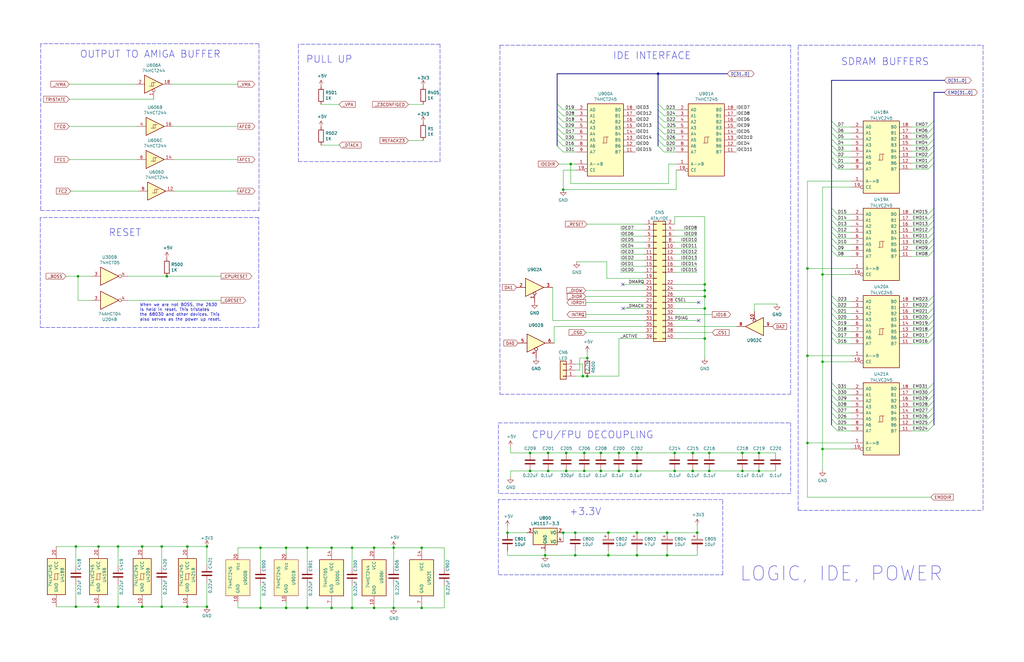
<source format=kicad_sch>
(kicad_sch (version 20211123) (generator eeschema)
  (paper "B")
  (title_block (title "Amiga N2630") (date "2022-05-26") (rev "2.0"))
  (lib_symbols
    (symbol "74xx:74LS04"
      (property "Reference" "U" (at 0 1.27 0))
      (property "Value" "74LS04" (at 0 -1.27 0))
      (symbol "74LS04_1_0"
        (pin input line (at -7.62 0 0) (length 3.81) (name "~") (number "1"))
        (pin output inverted (at 7.62 0 180) (length 3.81) (name "~") (number "2"))
      )
      (symbol "74LS04_2_0"
        (pin input line (at -7.62 0 0) (length 3.81) (name "~") (number "3"))
        (pin output inverted (at 7.62 0 180) (length 3.81) (name "~") (number "4"))
      )
      (symbol "74LS04_3_0"
        (pin input line (at -7.62 0 0) (length 3.81) (name "~") (number "5"))
        (pin output inverted (at 7.62 0 180) (length 3.81) (name "~") (number "6"))
      )
      (symbol "74LS04_4_0"
        (pin output inverted (at 7.62 0 180) (length 3.81) (name "~") (number "8"))
        (pin input line (at -7.62 0 0) (length 3.81) (name "~") (number "9"))
      )
      (symbol "74LS04_5_0"
        (pin output inverted (at 7.62 0 180) (length 3.81) (name "~") (number "10"))
        (pin input line (at -7.62 0 0) (length 3.81) (name "~") (number "11"))
      )
      (symbol "74LS04_6_0"
        (pin output inverted (at 7.62 0 180) (length 3.81) (name "~") (number "12"))
        (pin input line (at -7.62 0 0) (length 3.81) (name "~") (number "13"))
      )
      (symbol "74LS04_7_0"
        (pin power_in line (at 0 12.7 270) (length 5.08) (name "VCC") (number "14"))
        (pin power_in line (at 0 -12.7 90) (length 5.08) (name "GND") (number "7"))
      )
    )
    (symbol "74xx:74LS05" (pin_names (offset 1.016))
      (property "Reference" "U" (at 0 1.27 0))
      (property "Value" "74LS05" (at 0 -1.27 0))
      (symbol "74LS05_1_0"
        (pin input line (at -7.62 0 0) (length 3.81) (name "~") (number "1"))
        (pin open_collector inverted (at 7.62 0 180) (length 3.81) (name "~") (number "2"))
      )
      (symbol "74LS05_2_0"
        (pin input line (at -7.62 0 0) (length 3.81) (name "~") (number "3"))
        (pin open_collector inverted (at 7.62 0 180) (length 3.81) (name "~") (number "4"))
      )
      (symbol "74LS05_3_0"
        (pin input line (at -7.62 0 0) (length 3.81) (name "~") (number "5"))
        (pin open_collector inverted (at 7.62 0 180) (length 3.81) (name "~") (number "6"))
      )
      (symbol "74LS05_4_0"
        (pin open_collector inverted (at 7.62 0 180) (length 3.81) (name "~") (number "8"))
        (pin input line (at -7.62 0 0) (length 3.81) (name "~") (number "9"))
      )
      (symbol "74LS05_5_0"
        (pin open_collector inverted (at 7.62 0 180) (length 3.81) (name "~") (number "10"))
        (pin input line (at -7.62 0 0) (length 3.81) (name "~") (number "11"))
      )
      (symbol "74LS05_6_0"
        (pin open_collector inverted (at 7.62 0 180) (length 3.81) (name "~") (number "12"))
        (pin input line (at -7.62 0 0) (length 3.81) (name "~") (number "13"))
      )
      (symbol "74LS05_7_0"
        (pin power_in line (at 0 12.7 270) (length 5.08) (name "VCC") (number "14"))
        (pin power_in line (at 0 -12.7 90) (length 5.08) (name "GND") (number "7"))
      )
    )
    (symbol "74xx:74LS125" (pin_names (offset 1.016))
      (property "Reference" "U" (at 0 1.27 0))
      (property "Value" "74LS125" (at 0 -1.27 0))
      (symbol "74LS125_1_0"
        (pin input inverted (at 0 -6.35 90) (length 4.445) (name "~") (number "1"))
        (pin input line (at -7.62 0 0) (length 3.81) (name "~") (number "2"))
        (pin tri_state line (at 7.62 0 180) (length 3.81) (name "~") (number "3"))
      )
      (symbol "74LS125_2_0"
        (pin input inverted (at 0 -6.35 90) (length 4.445) (name "~") (number "4"))
        (pin input line (at -7.62 0 0) (length 3.81) (name "~") (number "5"))
        (pin tri_state line (at 7.62 0 180) (length 3.81) (name "~") (number "6"))
      )
      (symbol "74LS125_3_0"
        (pin input inverted (at 0 -6.35 90) (length 4.445) (name "~") (number "10"))
        (pin tri_state line (at 7.62 0 180) (length 3.81) (name "~") (number "8"))
        (pin input line (at -7.62 0 0) (length 3.81) (name "~") (number "9"))
      )
      (symbol "74LS125_4_0"
        (pin tri_state line (at 7.62 0 180) (length 3.81) (name "~") (number "11"))
        (pin input line (at -7.62 0 0) (length 3.81) (name "~") (number "12"))
        (pin input inverted (at 0 -6.35 90) (length 4.445) (name "~") (number "13"))
      )
      (symbol "74LS125_5_0"
        (pin power_in line (at 0 12.7 270) (length 5.08) (name "VCC") (number "14"))
        (pin power_in line (at 0 -12.7 90) (length 5.08) (name "GND") (number "7"))
      )
    )
    (symbol "74xx:74LS244_Split"
      (property "Reference" "U" (at 0 1.27 0))
      (property "Value" "74LS244_Split" (at 0 -1.27 0))
      (symbol "74LS244_Split_1_0"
        (pin input inverted (at 0 -6.35 90) (length 4.445) (name "~") (number "1"))
        (pin tri_state line (at 7.62 0 180) (length 3.81) (name "~") (number "18"))
        (pin input line (at -7.62 0 0) (length 3.81) (name "~") (number "2"))
      )
      (symbol "74LS244_Split_2_0"
        (pin tri_state line (at 7.62 0 180) (length 3.81) (name "~") (number "16"))
        (pin input line (at -7.62 0 0) (length 3.81) (name "~") (number "4"))
      )
      (symbol "74LS244_Split_3_0"
        (pin tri_state line (at 7.62 0 180) (length 3.81) (name "~") (number "14"))
        (pin input line (at -7.62 0 0) (length 3.81) (name "~") (number "6"))
      )
      (symbol "74LS244_Split_4_0"
        (pin tri_state line (at 7.62 0 180) (length 3.81) (name "~") (number "12"))
        (pin input line (at -7.62 0 0) (length 3.81) (name "~") (number "8"))
      )
      (symbol "74LS244_Split_5_0"
        (pin input line (at -7.62 0 0) (length 3.81) (name "~") (number "11"))
        (pin input inverted (at 0 -6.35 90) (length 4.445) (name "~") (number "19"))
        (pin tri_state line (at 7.62 0 180) (length 3.81) (name "~") (number "9"))
      )
      (symbol "74LS244_Split_6_0"
        (pin input line (at -7.62 0 0) (length 3.81) (name "~") (number "13"))
        (pin tri_state line (at 7.62 0 180) (length 3.81) (name "~") (number "7"))
      )
      (symbol "74LS244_Split_7_0"
        (pin input line (at -7.62 0 0) (length 3.81) (name "~") (number "15"))
        (pin tri_state line (at 7.62 0 180) (length 3.81) (name "~") (number "5"))
      )
      (symbol "74LS244_Split_8_0"
        (pin input line (at -7.62 0 0) (length 3.81) (name "~") (number "17"))
        (pin tri_state line (at 7.62 0 180) (length 3.81) (name "~") (number "3"))
      )
      (symbol "74LS244_Split_9_0"
        (pin power_in line (at 0 -12.7 90) (length 5.08) (name "GND") (number "10"))
        (pin power_in line (at 0 12.7 270) (length 5.08) (name "VCC") (number "20"))
      )
    )
    (symbol "Connector_Generic:Conn_01x03" (pin_names (offset 1.016) hide)
      (property "Reference" "J" (at 0 5.08 0))
      (property "Value" "Conn_01x03" (at 0 -5.08 0))
      (symbol "Conn_01x03_1_1"
        (pin passive line (at -5.08 2.54 0) (length 3.81) (name "Pin_1") (number "1"))
        (pin passive line (at -5.08 0 0) (length 3.81) (name "Pin_2") (number "2"))
        (pin passive line (at -5.08 -2.54 0) (length 3.81) (name "Pin_3") (number "3"))
      )
    )
    (symbol "Connector_Generic:Conn_02x20_Odd_Even" (pin_names (offset 1.016) hide)
      (property "Reference" "CN5" (at 1.27 27.8298 0))
      (property "Value" "ATA/IDE" (at 1.27 25.2929 0))
      (symbol "Conn_02x20_Odd_Even_1_1"
        (pin passive line (at -5.08 22.86 0) (length 3.81) (name "Pin_1") (number "1"))
        (pin passive line (at 7.62 12.7 180) (length 3.81) (name "Pin_10") (number "10"))
        (pin passive line (at -5.08 10.16 0) (length 3.81) (name "Pin_11") (number "11"))
        (pin passive line (at 7.62 10.16 180) (length 3.81) (name "Pin_12") (number "12"))
        (pin passive line (at -5.08 7.62 0) (length 3.81) (name "Pin_13") (number "13"))
        (pin passive line (at 7.62 7.62 180) (length 3.81) (name "Pin_14") (number "14"))
        (pin passive line (at -5.08 5.08 0) (length 3.81) (name "Pin_15") (number "15"))
        (pin passive line (at 7.62 5.08 180) (length 3.81) (name "Pin_16") (number "16"))
        (pin passive line (at -5.08 2.54 0) (length 3.81) (name "Pin_17") (number "17"))
        (pin passive line (at 7.62 2.54 180) (length 3.81) (name "Pin_18") (number "18"))
        (pin passive line (at -5.08 0 0) (length 3.81) (name "Pin_19") (number "19"))
        (pin passive line (at 7.62 22.86 180) (length 3.81) (name "Pin_2") (number "2"))
        (pin passive line (at -5.08 -2.54 0) (length 3.81) (name "Pin_21") (number "21"))
        (pin passive line (at 7.62 -2.54 180) (length 3.81) (name "Pin_22") (number "22"))
        (pin passive line (at -5.08 -5.08 0) (length 3.81) (name "Pin_23") (number "23"))
        (pin passive line (at 7.62 -5.08 180) (length 3.81) (name "Pin_24") (number "24"))
        (pin passive line (at -5.08 -7.62 0) (length 3.81) (name "Pin_25") (number "25"))
        (pin passive line (at 7.62 -7.62 180) (length 3.81) (name "Pin_26") (number "26"))
        (pin passive line (at -5.08 -10.16 0) (length 3.81) (name "Pin_27") (number "27"))
        (pin passive line (at 7.62 -10.16 180) (length 3.81) (name "Pin_28") (number "28"))
        (pin passive line (at -5.08 -12.7 0) (length 3.81) (name "Pin_29") (number "29"))
        (pin passive line (at -5.08 20.32 0) (length 3.81) (name "Pin_3") (number "3"))
        (pin passive line (at 7.62 -12.7 180) (length 3.81) (name "Pin_30") (number "30"))
        (pin passive line (at -5.08 -15.24 0) (length 3.81) (name "Pin_31") (number "31"))
        (pin passive line (at 7.62 -15.24 180) (length 3.81) (name "Pin_32") (number "32"))
        (pin passive line (at -5.08 -17.78 0) (length 3.81) (name "Pin_33") (number "33"))
        (pin passive line (at 7.62 -17.78 180) (length 3.81) (name "Pin_34") (number "34"))
        (pin passive line (at -5.08 -20.32 0) (length 3.81) (name "Pin_35") (number "35"))
        (pin passive line (at 7.62 -20.32 180) (length 3.81) (name "Pin_36") (number "36"))
        (pin passive line (at -5.08 -22.86 0) (length 3.81) (name "Pin_37") (number "37"))
        (pin passive line (at 7.62 -22.86 180) (length 3.81) (name "Pin_38") (number "38"))
        (pin passive line (at -5.08 -25.4 0) (length 3.81) (name "Pin_39") (number "39"))
        (pin passive line (at 7.62 20.32 180) (length 3.81) (name "Pin_4") (number "4"))
        (pin passive line (at 7.62 -25.4 180) (length 3.81) (name "Pin_40") (number "40"))
        (pin passive line (at -5.08 17.78 0) (length 3.81) (name "Pin_5") (number "5"))
        (pin passive line (at 7.62 17.78 180) (length 3.81) (name "Pin_6") (number "6"))
        (pin passive line (at -5.08 15.24 0) (length 3.81) (name "Pin_7") (number "7"))
        (pin passive line (at 7.62 15.24 180) (length 3.81) (name "Pin_8") (number "8"))
        (pin passive line (at -5.08 12.7 0) (length 3.81) (name "Pin_9") (number "9"))
      )
    )
    (symbol "Device:C" (pin_numbers hide) (pin_names (offset 0.254))
      (property "Reference" "C" (at 0.635 2.54 0))
      (property "Value" "C" (at 0.635 -2.54 0))
      (symbol "C_1_1"
        (pin passive line (at 0 3.81 270) (length 2.794) (name "~") (number "1"))
        (pin passive line (at 0 -3.81 90) (length 2.794) (name "~") (number "2"))
      )
    )
    (symbol "Device:CP" (pin_numbers hide) (pin_names (offset 0.254))
      (property "Reference" "C" (at 0.635 2.54 0))
      (property "Value" "Device_CP" (at 0.635 -2.54 0))
      (symbol "CP_1_1"
        (pin passive line (at 0 3.81 270) (length 2.794) (name "~") (number "1"))
        (pin passive line (at 0 -3.81 90) (length 2.794) (name "~") (number "2"))
      )
    )
    (symbol "Device:R" (pin_numbers hide) (pin_names (offset 0))
      (property "Reference" "R" (at 2.032 0 90))
      (property "Value" "R" (at 0 0 90))
      (symbol "R_1_1"
        (pin passive line (at 0 3.81 270) (length 1.27) (name "~") (number "1"))
        (pin passive line (at 0 -3.81 90) (length 1.27) (name "~") (number "2"))
      )
    )
    (symbol "N2630:74HCT245" (pin_names (offset 1.016))
      (property "Reference" "U" (at -7.62 16.51 0))
      (property "Value" "74HCT245" (at -7.62 -16.51 0))
      (symbol "74HCT245_1_0"
        (pin input line (at -12.7 -10.16 0) (length 5.08) (name "A->B") (number "1"))
        (pin tri_state line (at 12.7 -5.08 180) (length 5.08) (name "B7") (number "11"))
        (pin tri_state line (at 12.7 -2.54 180) (length 5.08) (name "B6") (number "12"))
        (pin tri_state line (at 12.7 0 180) (length 5.08) (name "B5") (number "13"))
        (pin tri_state line (at 12.7 2.54 180) (length 5.08) (name "B4") (number "14"))
        (pin tri_state line (at 12.7 5.08 180) (length 5.08) (name "B3") (number "15"))
        (pin tri_state line (at 12.7 7.62 180) (length 5.08) (name "B2") (number "16"))
        (pin tri_state line (at 12.7 10.16 180) (length 5.08) (name "B1") (number "17"))
        (pin tri_state line (at 12.7 12.7 180) (length 5.08) (name "B0") (number "18"))
        (pin input inverted (at -12.7 -12.7 0) (length 5.08) (name "CE") (number "19"))
        (pin tri_state line (at -12.7 12.7 0) (length 5.08) (name "A0") (number "2"))
        (pin tri_state line (at -12.7 10.16 0) (length 5.08) (name "A1") (number "3"))
        (pin tri_state line (at -12.7 7.62 0) (length 5.08) (name "A2") (number "4"))
        (pin tri_state line (at -12.7 5.08 0) (length 5.08) (name "A3") (number "5"))
        (pin tri_state line (at -12.7 2.54 0) (length 5.08) (name "A4") (number "6"))
        (pin tri_state line (at -12.7 0 0) (length 5.08) (name "A5") (number "7"))
        (pin tri_state line (at -12.7 -2.54 0) (length 5.08) (name "A6") (number "8"))
        (pin tri_state line (at -12.7 -5.08 0) (length 5.08) (name "A7") (number "9"))
      )
      (symbol "74HCT245_2_0"
        (pin power_in line (at 0 -10.16 90) (length 2.54) (name "GND") (number "10"))
        (pin power_in line (at 0 10.16 270) (length 2.54) (name "Vcc") (number "20"))
      )
    )
    (symbol "N2630:74LVC245" (pin_names (offset 1.016))
      (property "Reference" "U" (at -3.81 10.16 0))
      (property "Value" "74LVC245" (at 0 -8.89 0))
      (symbol "74LVC245_1_0"
        (pin input line (at -12.7 -10.16 0) (length 5.08) (name "A->B") (number "1"))
        (pin tri_state line (at 12.7 -5.08 180) (length 5.08) (name "B7") (number "11"))
        (pin tri_state line (at 12.7 -2.54 180) (length 5.08) (name "B6") (number "12"))
        (pin tri_state line (at 12.7 0 180) (length 5.08) (name "B5") (number "13"))
        (pin tri_state line (at 12.7 2.54 180) (length 5.08) (name "B4") (number "14"))
        (pin tri_state line (at 12.7 5.08 180) (length 5.08) (name "B3") (number "15"))
        (pin tri_state line (at 12.7 7.62 180) (length 5.08) (name "B2") (number "16"))
        (pin tri_state line (at 12.7 10.16 180) (length 5.08) (name "B1") (number "17"))
        (pin tri_state line (at 12.7 12.7 180) (length 5.08) (name "B0") (number "18"))
        (pin input inverted (at -12.7 -12.7 0) (length 5.08) (name "CE") (number "19"))
        (pin tri_state line (at -12.7 12.7 0) (length 5.08) (name "A0") (number "2"))
        (pin tri_state line (at -12.7 10.16 0) (length 5.08) (name "A1") (number "3"))
        (pin tri_state line (at -12.7 7.62 0) (length 5.08) (name "A2") (number "4"))
        (pin tri_state line (at -12.7 5.08 0) (length 5.08) (name "A3") (number "5"))
        (pin tri_state line (at -12.7 2.54 0) (length 5.08) (name "A4") (number "6"))
        (pin tri_state line (at -12.7 0 0) (length 5.08) (name "A5") (number "7"))
        (pin tri_state line (at -12.7 -2.54 0) (length 5.08) (name "A6") (number "8"))
        (pin tri_state line (at -12.7 -5.08 0) (length 5.08) (name "A7") (number "9"))
      )
      (symbol "74LVC245_2_0"
        (pin power_in line (at 0 -12.7 90) (length 5.08) (name "GND") (number "10"))
        (pin power_in line (at 0 12.7 270) (length 5.08) (name "VCC") (number "20"))
      )
    )
    (symbol "N2630:LM1117-3.3" (pin_names (offset 0.254))
      (property "Reference" "U" (at -3.81 3.175 0))
      (property "Value" "LM1117-3.3" (at 0 3.175 0))
      (symbol "LM1117-3.3_0_0"
        (pin power_out line (at 7.62 -3.81 180) (length 2.54) (name "VO") (number "4"))
      )
      (symbol "LM1117-3.3_1_1"
        (pin power_in line (at 0 -7.62 90) (length 2.54) (name "GND") (number "1"))
        (pin power_out line (at 7.62 0 180) (length 2.54) (name "VO") (number "2"))
        (pin power_in line (at -7.62 0 0) (length 2.54) (name "VI") (number "3"))
      )
    )
    (symbol "power:+3.3V" (power) (pin_names (offset 0))
      (property "Value" "+3.3V" (at 0 3.556 0))
      (symbol "+3.3V_1_1"
        (pin power_in line (at 0 0 90) (length 0) hide (name "+3V3") (number "1"))
      )
    )
    (symbol "power:+5V" (power) (pin_names (offset 0))
      (property "Value" "+5V" (at 0 3.556 0))
      (symbol "+5V_1_1"
        (pin power_in line (at 0 0 90) (length 0) hide (name "+5V") (number "1"))
      )
    )
    (symbol "power:GND" (power) (pin_names (offset 0))
      (property "Value" "GND" (at 0 -3.81 0))
      (symbol "GND_1_1"
        (pin power_in line (at 0 0 270) (length 0) hide (name "GND") (number "1"))
      )
    )
  )
  (junction (at 340.487 113.284))
  (junction (at 242.57 224.79))
  (junction (at 245.745 158.75))
  (junction (at 297.18 125.095))
  (junction (at 231.14 198.755))
  (junction (at 68.199 256.032))
  (junction (at 148.463 231.14))
  (junction (at 246.38 191.135))
  (junction (at 238.76 191.135))
  (junction (at 284.48 198.755))
  (junction (at 284.48 191.135))
  (junction (at 231.14 191.135))
  (junction (at 292.1 198.755))
  (junction (at 165.989 231.14))
  (junction (at 41.529 230.632))
  (junction (at 256.54 234.315))
  (junction (at 41.529 256.032))
  (junction (at 297.18 122.555))
  (junction (at 157.734 231.14))
  (junction (at 268.605 224.79))
  (junction (at 32.004 256.032))
  (junction (at 320.04 191.135))
  (junction (at 253.365 191.135))
  (junction (at 299.085 198.755))
  (junction (at 129.54 256.54))
  (junction (at 120.65 231.14))
  (junction (at 277.495 31.115))
  (junction (at 165.989 256.54))
  (junction (at 246.38 198.755))
  (junction (at 32.004 230.632))
  (junction (at 109.855 231.14))
  (junction (at 238.76 198.755))
  (junction (at 32.893 116.586))
  (junction (at 109.855 256.54))
  (junction (at 242.57 234.315))
  (junction (at 346.837 189.484))
  (junction (at 78.994 256.032))
  (junction (at 260.985 198.755))
  (junction (at 297.18 120.015))
  (junction (at 177.8 256.54))
  (junction (at 120.65 256.54))
  (junction (at 223.52 198.755))
  (junction (at 268.605 198.755))
  (junction (at 49.784 230.632))
  (junction (at 346.837 152.654))
  (junction (at 139.827 231.14))
  (junction (at 87.249 256.032))
  (junction (at 313.055 191.135))
  (junction (at 281.305 234.315))
  (junction (at 139.827 256.54))
  (junction (at 49.784 256.032))
  (junction (at 294.005 224.79))
  (junction (at 78.994 230.632))
  (junction (at 129.54 231.14))
  (junction (at 247.65 158.75))
  (junction (at 320.04 198.755))
  (junction (at 213.995 224.79))
  (junction (at 177.8 231.14))
  (junction (at 268.605 191.135))
  (junction (at 247.65 151.13))
  (junction (at 299.085 191.135))
  (junction (at 87.249 230.632))
  (junction (at 148.463 256.54))
  (junction (at 297.18 142.875))
  (junction (at 340.487 186.944))
  (junction (at 237.49 80.01))
  (junction (at 157.734 256.54))
  (junction (at 340.487 150.114))
  (junction (at 292.1 191.135))
  (junction (at 256.54 224.79))
  (junction (at 297.18 130.175))
  (junction (at 346.837 115.824))
  (junction (at 313.055 198.755))
  (junction (at 268.605 234.315))
  (junction (at 229.87 234.315))
  (junction (at 59.944 256.032))
  (junction (at 59.944 230.632))
  (junction (at 237.49 224.79))
  (junction (at 240.665 69.215))
  (junction (at 70.358 116.586))
  (junction (at 253.365 198.755))
  (junction (at 281.305 224.79))
  (junction (at 68.199 230.632))
  (junction (at 260.985 191.135))
  (junction (at 223.52 191.135))
  (no_connect (at 294.64 127.635))
  (no_connect (at 294.64 135.255))
  (no_connect (at 262.763 130.175))
  (no_connect (at 262.636 120.015))
  (bus_entry (at 353.187 139.954) (size -2.54 -2.54))
  (bus_entry (at 277.495 48.895) (size 2.54 2.54))
  (bus_entry (at 277.495 46.355) (size 2.54 2.54))
  (bus_entry (at 277.495 43.815) (size 2.54 2.54))
  (bus_entry (at 277.495 61.595) (size 2.54 2.54))
  (bus_entry (at 277.495 59.055) (size 2.54 2.54))
  (bus_entry (at 277.495 56.515) (size 2.54 2.54))
  (bus_entry (at 277.495 53.975) (size 2.54 2.54))
  (bus_entry (at 277.495 51.435) (size 2.54 2.54))
  (bus_entry (at 353.187 164.084) (size -2.54 -2.54))
  (bus_entry (at 391.287 145.034) (size 2.54 -2.54))
  (bus_entry (at 391.287 166.624) (size 2.54 -2.54))
  (bus_entry (at 353.187 137.414) (size -2.54 -2.54))
  (bus_entry (at 391.287 164.084) (size 2.54 -2.54))
  (bus_entry (at 391.287 71.374) (size 2.54 -2.54))
  (bus_entry (at 353.187 142.494) (size -2.54 -2.54))
  (bus_entry (at 353.187 53.594) (size -2.54 -2.54))
  (bus_entry (at 353.187 129.794) (size -2.54 -2.54))
  (bus_entry (at 391.287 95.504) (size 2.54 -2.54))
  (bus_entry (at 391.287 103.124) (size 2.54 -2.54))
  (bus_entry (at 391.287 63.754) (size 2.54 -2.54))
  (bus_entry (at 391.287 169.164) (size 2.54 -2.54))
  (bus_entry (at 353.187 103.124) (size -2.54 -2.54))
  (bus_entry (at 391.287 98.044) (size 2.54 -2.54))
  (bus_entry (at 391.287 61.214) (size 2.54 -2.54))
  (bus_entry (at 391.287 127.254) (size 2.54 -2.54))
  (bus_entry (at 353.187 71.374) (size -2.54 -2.54))
  (bus_entry (at 353.187 169.164) (size -2.54 -2.54))
  (bus_entry (at 391.287 66.294) (size 2.54 -2.54))
  (bus_entry (at 353.187 100.584) (size -2.54 -2.54))
  (bus_entry (at 391.287 132.334) (size 2.54 -2.54))
  (bus_entry (at 391.287 142.494) (size 2.54 -2.54))
  (bus_entry (at 391.287 53.594) (size 2.54 -2.54))
  (bus_entry (at 353.187 90.424) (size -2.54 -2.54))
  (bus_entry (at 353.187 166.624) (size -2.54 -2.54))
  (bus_entry (at 353.187 108.204) (size -2.54 -2.54))
  (bus_entry (at 391.287 68.834) (size 2.54 -2.54))
  (bus_entry (at 353.187 95.504) (size -2.54 -2.54))
  (bus_entry (at 391.287 105.664) (size 2.54 -2.54))
  (bus_entry (at 391.287 171.704) (size 2.54 -2.54))
  (bus_entry (at 353.187 132.334) (size -2.54 -2.54))
  (bus_entry (at 391.287 137.414) (size 2.54 -2.54))
  (bus_entry (at 353.187 61.214) (size -2.54 -2.54))
  (bus_entry (at 391.287 108.204) (size 2.54 -2.54))
  (bus_entry (at 353.187 145.034) (size -2.54 -2.54))
  (bus_entry (at 353.187 127.254) (size -2.54 -2.54))
  (bus_entry (at 353.187 63.754) (size -2.54 -2.54))
  (bus_entry (at 353.187 134.874) (size -2.54 -2.54))
  (bus_entry (at 391.287 58.674) (size 2.54 -2.54))
  (bus_entry (at 353.187 68.834) (size -2.54 -2.54))
  (bus_entry (at 391.287 174.244) (size 2.54 -2.54))
  (bus_entry (at 391.287 181.864) (size 2.54 -2.54))
  (bus_entry (at 391.287 179.324) (size 2.54 -2.54))
  (bus_entry (at 391.287 176.784) (size 2.54 -2.54))
  (bus_entry (at 391.287 90.424) (size 2.54 -2.54))
  (bus_entry (at 353.187 92.964) (size -2.54 -2.54))
  (bus_entry (at 353.187 56.134) (size -2.54 -2.54))
  (bus_entry (at 353.187 181.864) (size -2.54 -2.54))
  (bus_entry (at 353.187 66.294) (size -2.54 -2.54))
  (bus_entry (at 353.187 179.324) (size -2.54 -2.54))
  (bus_entry (at 234.95 61.595) (size 2.54 2.54))
  (bus_entry (at 234.95 59.055) (size 2.54 2.54))
  (bus_entry (at 234.95 56.515) (size 2.54 2.54))
  (bus_entry (at 234.95 53.975) (size 2.54 2.54))
  (bus_entry (at 234.95 43.815) (size 2.54 2.54))
  (bus_entry (at 234.95 51.435) (size 2.54 2.54))
  (bus_entry (at 234.95 48.895) (size 2.54 2.54))
  (bus_entry (at 234.95 46.355) (size 2.54 2.54))
  (bus_entry (at 391.287 139.954) (size 2.54 -2.54))
  (bus_entry (at 353.187 174.244) (size -2.54 -2.54))
  (bus_entry (at 391.287 56.134) (size 2.54 -2.54))
  (bus_entry (at 353.187 98.044) (size -2.54 -2.54))
  (bus_entry (at 391.287 134.874) (size 2.54 -2.54))
  (bus_entry (at 353.187 105.664) (size -2.54 -2.54))
  (bus_entry (at 353.187 58.674) (size -2.54 -2.54))
  (bus_entry (at 353.187 171.704) (size -2.54 -2.54))
  (bus_entry (at 353.187 176.784) (size -2.54 -2.54))
  (bus_entry (at 391.287 100.584) (size 2.54 -2.54))
  (bus_entry (at 391.287 92.964) (size 2.54 -2.54))
  (bus_entry (at 391.287 129.794) (size 2.54 -2.54))
  (wire (pts (xy 384.302 127.254) (xy 391.287 127.254)))
  (wire (pts (xy 148.463 256.54) (xy 157.734 256.54)))
  (wire (pts (xy 41.529 256.032) (xy 49.784 256.032)))
  (wire (pts (xy 244.475 156.21) (xy 244.475 151.13)))
  (wire (pts (xy 281.94 77.47) (xy 240.665 77.47)))
  (wire (pts (xy 384.302 179.324) (xy 391.287 179.324)))
  (wire (pts (xy 247.65 151.13) (xy 247.65 148.59)))
  (bus (pts (xy 350.647 124.714) (xy 350.647 105.664)))
  (bus (pts (xy 350.647 174.244) (xy 350.647 171.704)))
  (wire (pts (xy 353.187 164.084) (xy 358.902 164.084)))
  (wire (pts (xy 280.035 51.435) (xy 285.115 51.435)))
  (wire (pts (xy 327.66 128.27) (xy 318.135 128.27)))
  (wire (pts (xy 242.57 153.67) (xy 245.745 153.67)))
  (bus (pts (xy 393.827 127.254) (xy 393.827 124.714)))
  (wire (pts (xy 353.187 53.594) (xy 358.902 53.594)))
  (polyline (pts (xy 333.375 208.28) (xy 210.185 208.28)))
  (wire (pts (xy 284.48 114.935) (xy 294.005 114.935)))
  (bus (pts (xy 234.95 48.895) (xy 234.95 46.355)))
  (wire (pts (xy 213.995 234.315) (xy 229.87 234.315)))
  (polyline (pts (xy 414.528 19.05) (xy 414.528 215.392)))
  (wire (pts (xy 353.187 71.374) (xy 358.902 71.374)))
  (wire (pts (xy 235.585 69.215) (xy 240.665 69.215)))
  (wire (pts (xy 285.115 69.215) (xy 281.94 69.215)))
  (polyline (pts (xy 336.55 215.392) (xy 414.528 215.392)))
  (wire (pts (xy 237.49 228.6) (xy 237.49 224.79)))
  (wire (pts (xy 129.54 231.14) (xy 129.54 239.395)))
  (wire (pts (xy 384.302 166.624) (xy 391.287 166.624)))
  (polyline (pts (xy 336.55 19.05) (xy 414.528 19.05)))
  (bus (pts (xy 393.827 161.544) (xy 393.827 142.494)))
  (wire (pts (xy 284.48 130.175) (xy 297.18 130.175)))
  (bus (pts (xy 393.827 169.164) (xy 393.827 166.624)))
  (wire (pts (xy 260.985 198.755) (xy 253.365 198.755)))
  (wire (pts (xy 23.749 256.032) (xy 32.004 256.032)))
  (bus (pts (xy 393.827 105.664) (xy 393.827 103.124)))
  (wire (pts (xy 165.989 247.015) (xy 165.989 256.54)))
  (wire (pts (xy 73.66 80.645) (xy 100.33 80.645)))
  (bus (pts (xy 393.827 56.134) (xy 393.827 53.594)))
  (wire (pts (xy 238.76 191.135) (xy 231.14 191.135)))
  (bus (pts (xy 350.647 98.044) (xy 350.647 95.504)))
  (polyline (pts (xy 185.547 18.669) (xy 125.857 18.669)))
  (wire (pts (xy 346.837 115.824) (xy 358.902 115.824)))
  (bus (pts (xy 393.827 132.334) (xy 393.827 129.794)))
  (bus (pts (xy 393.827 95.504) (xy 393.827 92.964)))
  (wire (pts (xy 32.004 256.032) (xy 41.529 256.032)))
  (wire (pts (xy 32.893 116.586) (xy 32.893 126.746)))
  (wire (pts (xy 148.463 231.14) (xy 157.734 231.14)))
  (wire (pts (xy 157.734 256.54) (xy 165.989 256.54)))
  (wire (pts (xy 280.035 46.355) (xy 285.115 46.355)))
  (wire (pts (xy 294.005 232.41) (xy 294.005 234.315)))
  (wire (pts (xy 346.837 115.824) (xy 346.837 152.654)))
  (wire (pts (xy 297.18 130.175) (xy 297.18 142.875)))
  (bus (pts (xy 350.647 179.324) (xy 350.647 176.784)))
  (wire (pts (xy 260.985 142.875) (xy 260.985 158.75)))
  (wire (pts (xy 384.302 95.504) (xy 391.287 95.504)))
  (polyline (pts (xy 109.093 138.176) (xy 109.093 91.821)))
  (wire (pts (xy 292.1 198.755) (xy 299.085 198.755)))
  (wire (pts (xy 247.015 127.635) (xy 271.78 127.635)))
  (wire (pts (xy 353.187 103.124) (xy 358.902 103.124)))
  (wire (pts (xy 129.54 256.54) (xy 139.827 256.54)))
  (bus (pts (xy 350.647 105.664) (xy 350.647 103.124)))
  (bus (pts (xy 393.827 176.784) (xy 393.827 174.244)))
  (wire (pts (xy 143.002 44.069) (xy 135.382 44.069)))
  (wire (pts (xy 255.905 117.475) (xy 271.78 117.475)))
  (wire (pts (xy 353.187 58.674) (xy 358.902 58.674)))
  (bus (pts (xy 234.95 31.115) (xy 277.495 31.115)))
  (polyline (pts (xy 210.82 166.37) (xy 333.375 166.37)))
  (polyline (pts (xy 210.185 208.28) (xy 210.185 178.435)))
  (wire (pts (xy 353.187 68.834) (xy 358.902 68.834)))
  (polyline (pts (xy 210.82 19.05) (xy 333.375 19.05)))
  (wire (pts (xy 32.004 230.632) (xy 23.749 230.632)))
  (bus (pts (xy 350.647 166.624) (xy 350.647 164.084)))
  (bus (pts (xy 393.827 51.054) (xy 393.827 38.989)))
  (wire (pts (xy 87.249 230.632) (xy 78.994 230.632)))
  (wire (pts (xy 384.302 66.294) (xy 391.287 66.294)))
  (wire (pts (xy 87.249 256.032) (xy 87.249 245.872)))
  (wire (pts (xy 346.837 78.994) (xy 346.837 115.824)))
  (bus (pts (xy 350.647 103.124) (xy 350.647 100.584)))
  (wire (pts (xy 384.302 181.864) (xy 391.287 181.864)))
  (wire (pts (xy 284.48 127.635) (xy 294.64 127.635)))
  (wire (pts (xy 109.855 247.015) (xy 109.855 256.54)))
  (wire (pts (xy 284.48 140.335) (xy 300.355 140.335)))
  (wire (pts (xy 284.48 109.855) (xy 294.005 109.855)))
  (wire (pts (xy 353.187 179.324) (xy 358.902 179.324)))
  (wire (pts (xy 261.62 102.235) (xy 271.78 102.235)))
  (wire (pts (xy 384.302 134.874) (xy 391.287 134.874)))
  (wire (pts (xy 268.605 191.135) (xy 284.48 191.135)))
  (wire (pts (xy 240.665 69.215) (xy 242.57 69.215)))
  (wire (pts (xy 64.77 41.91) (xy 29.21 41.91)))
  (wire (pts (xy 281.305 234.315) (xy 268.605 234.315)))
  (wire (pts (xy 53.848 126.746) (xy 93.218 126.746)))
  (wire (pts (xy 100.33 231.14) (xy 109.855 231.14)))
  (wire (pts (xy 340.487 113.284) (xy 340.487 150.114)))
  (wire (pts (xy 68.199 230.632) (xy 68.199 238.887)))
  (bus (pts (xy 393.827 179.324) (xy 393.827 176.784)))
  (wire (pts (xy 223.52 191.135) (xy 215.265 191.135)))
  (bus (pts (xy 234.95 43.815) (xy 234.95 31.115)))
  (wire (pts (xy 68.199 246.507) (xy 68.199 256.032)))
  (wire (pts (xy 242.57 156.21) (xy 244.475 156.21)))
  (wire (pts (xy 49.784 230.632) (xy 49.784 238.887)))
  (wire (pts (xy 139.827 231.14) (xy 148.463 231.14)))
  (bus (pts (xy 350.647 139.954) (xy 350.647 137.414)))
  (wire (pts (xy 237.49 224.79) (xy 242.57 224.79)))
  (bus (pts (xy 350.647 142.494) (xy 350.647 139.954)))
  (wire (pts (xy 320.04 191.135) (xy 313.055 191.135)))
  (wire (pts (xy 255.905 110.49) (xy 255.905 117.475)))
  (bus (pts (xy 234.95 46.355) (xy 234.95 43.815)))
  (bus (pts (xy 350.647 95.504) (xy 350.647 92.964)))
  (polyline (pts (xy 109.22 88.9) (xy 109.22 18.415)))
  (wire (pts (xy 187.325 247.015) (xy 187.325 256.54)))
  (wire (pts (xy 242.57 158.75) (xy 245.745 158.75)))
  (bus (pts (xy 277.495 59.055) (xy 277.495 56.515)))
  (bus (pts (xy 350.647 129.794) (xy 350.647 127.254)))
  (wire (pts (xy 353.187 134.874) (xy 358.902 134.874)))
  (wire (pts (xy 215.265 198.755) (xy 215.265 201.295)))
  (polyline (pts (xy 210.82 19.05) (xy 210.82 166.37)))
  (bus (pts (xy 277.495 51.435) (xy 277.495 48.895)))
  (wire (pts (xy 268.605 198.755) (xy 284.48 198.755)))
  (wire (pts (xy 384.302 108.204) (xy 391.287 108.204)))
  (wire (pts (xy 281.305 224.79) (xy 294.005 224.79)))
  (bus (pts (xy 393.827 124.714) (xy 393.827 105.664)))
  (wire (pts (xy 284.48 99.695) (xy 294.005 99.695)))
  (wire (pts (xy 68.199 230.632) (xy 59.944 230.632)))
  (wire (pts (xy 384.302 169.164) (xy 391.287 169.164)))
  (wire (pts (xy 68.199 256.032) (xy 78.994 256.032)))
  (wire (pts (xy 384.302 171.704) (xy 391.287 171.704)))
  (wire (pts (xy 346.837 152.654) (xy 358.902 152.654)))
  (wire (pts (xy 284.48 104.775) (xy 294.005 104.775)))
  (wire (pts (xy 353.187 63.754) (xy 358.902 63.754)))
  (wire (pts (xy 284.48 198.755) (xy 292.1 198.755)))
  (wire (pts (xy 229.87 232.41) (xy 229.87 234.315)))
  (wire (pts (xy 284.48 132.715) (xy 300.355 132.715)))
  (wire (pts (xy 237.49 59.055) (xy 242.57 59.055)))
  (wire (pts (xy 340.487 76.454) (xy 340.487 113.284)))
  (wire (pts (xy 148.463 247.015) (xy 148.463 256.54)))
  (wire (pts (xy 340.487 150.114) (xy 358.902 150.114)))
  (bus (pts (xy 393.827 87.884) (xy 393.827 68.834)))
  (wire (pts (xy 284.48 94.615) (xy 284.48 91.44)))
  (wire (pts (xy 384.302 174.244) (xy 391.287 174.244)))
  (wire (pts (xy 72.39 35.56) (xy 100.33 35.56)))
  (wire (pts (xy 384.302 137.414) (xy 391.287 137.414)))
  (wire (pts (xy 284.48 107.315) (xy 294.005 107.315)))
  (wire (pts (xy 59.944 230.632) (xy 49.784 230.632)))
  (bus (pts (xy 234.95 51.435) (xy 234.95 48.895)))
  (bus (pts (xy 234.95 61.595) (xy 234.95 59.055)))
  (wire (pts (xy 213.995 232.41) (xy 213.995 234.315)))
  (wire (pts (xy 384.302 139.954) (xy 391.287 139.954)))
  (bus (pts (xy 350.647 53.594) (xy 350.647 51.054)))
  (wire (pts (xy 100.33 256.54) (xy 109.855 256.54)))
  (wire (pts (xy 139.827 256.54) (xy 148.463 256.54)))
  (wire (pts (xy 237.49 51.435) (xy 242.57 51.435)))
  (wire (pts (xy 268.605 191.135) (xy 260.985 191.135)))
  (bus (pts (xy 393.827 100.584) (xy 393.827 98.044)))
  (wire (pts (xy 223.52 198.755) (xy 231.14 198.755)))
  (polyline (pts (xy 109.093 91.821) (xy 17.018 91.821)))
  (wire (pts (xy 353.187 174.244) (xy 358.902 174.244)))
  (polyline (pts (xy 17.018 91.821) (xy 17.018 138.176)))
  (wire (pts (xy 245.745 158.75) (xy 247.65 158.75)))
  (bus (pts (xy 350.647 100.584) (xy 350.647 98.044)))
  (polyline (pts (xy 304.8 242.57) (xy 304.8 210.82)))
  (bus (pts (xy 277.495 43.815) (xy 277.495 31.115)))
  (wire (pts (xy 261.62 114.935) (xy 271.78 114.935)))
  (wire (pts (xy 58.42 80.645) (xy 29.845 80.645)))
  (wire (pts (xy 297.18 120.015) (xy 297.18 122.555)))
  (wire (pts (xy 313.055 198.755) (xy 320.04 198.755)))
  (wire (pts (xy 165.989 239.395) (xy 165.989 231.14)))
  (wire (pts (xy 261.62 107.315) (xy 271.78 107.315)))
  (bus (pts (xy 234.95 53.975) (xy 234.95 51.435)))
  (wire (pts (xy 260.985 142.875) (xy 271.78 142.875)))
  (wire (pts (xy 384.302 145.034) (xy 391.287 145.034)))
  (bus (pts (xy 393.827 142.494) (xy 393.827 139.954)))
  (wire (pts (xy 243.205 110.49) (xy 255.905 110.49)))
  (wire (pts (xy 242.57 224.79) (xy 256.54 224.79)))
  (bus (pts (xy 393.827 53.594) (xy 393.827 51.054)))
  (wire (pts (xy 120.65 254) (xy 120.65 256.54)))
  (polyline (pts (xy 333.375 178.435) (xy 333.375 208.28)))
  (wire (pts (xy 256.54 232.41) (xy 256.54 234.315)))
  (bus (pts (xy 277.495 53.975) (xy 277.495 51.435)))
  (polyline (pts (xy 17.018 138.176) (xy 109.093 138.176)))
  (bus (pts (xy 277.495 31.115) (xy 306.705 31.115)))
  (wire (pts (xy 358.902 78.994) (xy 346.837 78.994)))
  (wire (pts (xy 384.302 129.794) (xy 391.287 129.794)))
  (wire (pts (xy 353.187 100.584) (xy 358.902 100.584)))
  (wire (pts (xy 231.14 198.755) (xy 238.76 198.755)))
  (wire (pts (xy 353.187 98.044) (xy 358.902 98.044)))
  (wire (pts (xy 384.302 71.374) (xy 391.287 71.374)))
  (wire (pts (xy 261.62 109.855) (xy 271.78 109.855)))
  (bus (pts (xy 350.647 164.084) (xy 350.647 161.544)))
  (polyline (pts (xy 17.145 88.9) (xy 109.22 88.9)))
  (wire (pts (xy 353.187 127.254) (xy 358.902 127.254)))
  (wire (pts (xy 280.035 64.135) (xy 285.115 64.135)))
  (wire (pts (xy 353.187 108.204) (xy 358.902 108.204)))
  (wire (pts (xy 294.005 224.79) (xy 294.005 221.615)))
  (wire (pts (xy 244.475 151.13) (xy 247.65 151.13)))
  (wire (pts (xy 247.523 94.615) (xy 271.78 94.615)))
  (bus (pts (xy 350.647 132.334) (xy 350.647 129.794)))
  (bus (pts (xy 393.827 68.834) (xy 393.827 66.294)))
  (bus (pts (xy 277.495 48.895) (xy 277.495 46.355)))
  (wire (pts (xy 256.54 224.79) (xy 268.605 224.79)))
  (wire (pts (xy 165.989 256.54) (xy 177.8 256.54)))
  (wire (pts (xy 340.487 186.944) (xy 358.902 186.944)))
  (wire (pts (xy 261.62 99.695) (xy 271.78 99.695)))
  (wire (pts (xy 237.49 80.01) (xy 285.115 80.01)))
  (polyline (pts (xy 125.857 68.199) (xy 185.547 68.199)))
  (wire (pts (xy 358.902 76.454) (xy 340.487 76.454)))
  (wire (pts (xy 233.68 137.795) (xy 233.68 144.78)))
  (wire (pts (xy 256.54 234.315) (xy 268.605 234.315)))
  (wire (pts (xy 32.004 246.507) (xy 32.004 256.032)))
  (wire (pts (xy 261.62 104.775) (xy 271.78 104.775)))
  (wire (pts (xy 280.035 53.975) (xy 285.115 53.975)))
  (wire (pts (xy 353.187 137.414) (xy 358.902 137.414)))
  (bus (pts (xy 393.827 129.794) (xy 393.827 127.254)))
  (bus (pts (xy 393.827 164.084) (xy 393.827 161.544)))
  (wire (pts (xy 59.944 256.032) (xy 68.199 256.032)))
  (wire (pts (xy 78.994 256.032) (xy 87.249 256.032)))
  (wire (pts (xy 229.87 234.315) (xy 242.57 234.315)))
  (wire (pts (xy 165.989 231.14) (xy 177.8 231.14)))
  (wire (pts (xy 70.358 116.586) (xy 93.218 116.586)))
  (wire (pts (xy 237.49 53.975) (xy 242.57 53.975)))
  (wire (pts (xy 261.62 97.155) (xy 271.78 97.155)))
  (wire (pts (xy 57.785 53.34) (xy 29.21 53.34)))
  (bus (pts (xy 393.827 61.214) (xy 393.827 58.674)))
  (bus (pts (xy 393.827 63.754) (xy 393.827 61.214)))
  (wire (pts (xy 57.15 35.56) (xy 29.21 35.56)))
  (bus (pts (xy 393.827 139.954) (xy 393.827 137.414)))
  (wire (pts (xy 384.302 100.584) (xy 391.287 100.584)))
  (wire (pts (xy 353.187 139.954) (xy 358.902 139.954)))
  (wire (pts (xy 253.365 191.135) (xy 246.38 191.135)))
  (wire (pts (xy 247.015 122.555) (xy 271.78 122.555)))
  (wire (pts (xy 129.54 231.14) (xy 139.827 231.14)))
  (wire (pts (xy 297.18 122.555) (xy 297.18 125.095)))
  (wire (pts (xy 353.187 95.504) (xy 358.902 95.504)))
  (bus (pts (xy 234.95 56.515) (xy 234.95 53.975)))
  (bus (pts (xy 350.647 127.254) (xy 350.647 124.714)))
  (wire (pts (xy 57.785 67.31) (xy 29.21 67.31)))
  (bus (pts (xy 277.495 46.355) (xy 277.495 43.815)))
  (bus (pts (xy 350.647 87.884) (xy 350.647 68.834)))
  (wire (pts (xy 284.48 122.555) (xy 297.18 122.555)))
  (bus (pts (xy 393.827 137.414) (xy 393.827 134.874)))
  (wire (pts (xy 78.994 230.632) (xy 68.199 230.632)))
  (wire (pts (xy 353.187 56.134) (xy 358.902 56.134)))
  (wire (pts (xy 238.76 198.755) (xy 246.38 198.755)))
  (wire (pts (xy 294.005 234.315) (xy 281.305 234.315)))
  (wire (pts (xy 109.855 231.14) (xy 109.855 239.395)))
  (wire (pts (xy 73.025 67.31) (xy 100.33 67.31)))
  (wire (pts (xy 353.187 142.494) (xy 358.902 142.494)))
  (wire (pts (xy 284.48 142.875) (xy 297.18 142.875)))
  (polyline (pts (xy 210.185 242.57) (xy 304.8 242.57)))
  (polyline (pts (xy 210.185 178.435) (xy 333.375 178.435)))
  (wire (pts (xy 353.187 169.164) (xy 358.902 169.164)))
  (wire (pts (xy 353.187 176.784) (xy 358.902 176.784)))
  (wire (pts (xy 53.848 116.586) (xy 70.358 116.586)))
  (bus (pts (xy 393.827 90.424) (xy 393.827 87.884)))
  (wire (pts (xy 353.187 171.704) (xy 358.902 171.704)))
  (wire (pts (xy 120.65 231.14) (xy 129.54 231.14)))
  (wire (pts (xy 284.48 102.235) (xy 294.005 102.235)))
  (wire (pts (xy 384.302 98.044) (xy 391.287 98.044)))
  (wire (pts (xy 292.1 191.135) (xy 299.085 191.135)))
  (bus (pts (xy 350.647 66.294) (xy 350.647 63.754)))
  (wire (pts (xy 237.49 71.755) (xy 237.49 80.01)))
  (wire (pts (xy 384.302 63.754) (xy 391.287 63.754)))
  (wire (pts (xy 120.65 231.14) (xy 120.65 233.68)))
  (bus (pts (xy 393.827 58.674) (xy 393.827 56.134)))
  (wire (pts (xy 284.48 91.44) (xy 297.18 91.44)))
  (wire (pts (xy 262.763 130.175) (xy 271.78 130.175)))
  (wire (pts (xy 120.65 256.54) (xy 129.54 256.54)))
  (wire (pts (xy 187.325 256.54) (xy 177.8 256.54)))
  (wire (pts (xy 268.605 198.755) (xy 260.985 198.755)))
  (wire (pts (xy 247.015 132.715) (xy 271.78 132.715)))
  (polyline (pts (xy 304.8 210.82) (xy 210.185 210.82)))
  (wire (pts (xy 246.38 191.135) (xy 238.76 191.135)))
  (wire (pts (xy 280.035 61.595) (xy 285.115 61.595)))
  (bus (pts (xy 350.647 161.544) (xy 350.647 142.494)))
  (wire (pts (xy 223.52 198.755) (xy 215.265 198.755)))
  (bus (pts (xy 393.827 166.624) (xy 393.827 164.084)))
  (wire (pts (xy 172.212 44.069) (xy 178.435 44.069)))
  (bus (pts (xy 277.495 56.515) (xy 277.495 53.975)))
  (wire (pts (xy 280.035 59.055) (xy 285.115 59.055)))
  (wire (pts (xy 32.893 116.586) (xy 27.813 116.586)))
  (wire (pts (xy 233.045 135.255) (xy 271.78 135.255)))
  (wire (pts (xy 268.605 234.315) (xy 268.605 232.41)))
  (wire (pts (xy 260.985 191.135) (xy 253.365 191.135)))
  (wire (pts (xy 87.249 238.252) (xy 87.249 230.632)))
  (wire (pts (xy 41.529 230.632) (xy 32.004 230.632)))
  (wire (pts (xy 353.187 61.214) (xy 358.902 61.214)))
  (wire (pts (xy 353.187 129.794) (xy 358.902 129.794)))
  (wire (pts (xy 353.187 181.864) (xy 358.902 181.864)))
  (wire (pts (xy 281.305 232.41) (xy 281.305 234.315)))
  (bus (pts (xy 393.827 103.124) (xy 393.827 100.584)))
  (wire (pts (xy 353.187 92.964) (xy 358.902 92.964)))
  (wire (pts (xy 284.48 137.795) (xy 310.515 137.795)))
  (polyline (pts (xy 109.22 18.415) (xy 17.145 18.415)))
  (polyline (pts (xy 336.55 215.392) (xy 336.55 19.05)))
  (wire (pts (xy 242.57 234.315) (xy 242.57 232.41)))
  (bus (pts (xy 350.647 51.054) (xy 350.647 33.909)))
  (wire (pts (xy 237.49 56.515) (xy 242.57 56.515)))
  (wire (pts (xy 143.002 61.214) (xy 135.382 61.214)))
  (wire (pts (xy 284.48 97.155) (xy 294.005 97.155)))
  (wire (pts (xy 213.995 224.79) (xy 213.995 222.25)))
  (wire (pts (xy 187.325 239.395) (xy 187.325 231.14)))
  (wire (pts (xy 148.463 239.395) (xy 148.463 231.14)))
  (wire (pts (xy 353.187 90.424) (xy 358.902 90.424)))
  (bus (pts (xy 393.827 134.874) (xy 393.827 132.334)))
  (wire (pts (xy 73.025 53.34) (xy 100.33 53.34)))
  (wire (pts (xy 384.302 68.834) (xy 391.287 68.834)))
  (bus (pts (xy 350.647 90.424) (xy 350.647 87.884)))
  (wire (pts (xy 237.49 46.355) (xy 242.57 46.355)))
  (wire (pts (xy 384.302 176.784) (xy 391.287 176.784)))
  (wire (pts (xy 231.14 191.135) (xy 223.52 191.135)))
  (wire (pts (xy 384.302 56.134) (xy 391.287 56.134)))
  (wire (pts (xy 49.784 246.507) (xy 49.784 256.032)))
  (wire (pts (xy 247.65 158.75) (xy 260.985 158.75)))
  (wire (pts (xy 384.302 103.124) (xy 391.287 103.124)))
  (wire (pts (xy 242.57 234.315) (xy 256.54 234.315)))
  (wire (pts (xy 353.187 66.294) (xy 358.902 66.294)))
  (wire (pts (xy 100.33 231.14) (xy 100.33 233.68)))
  (wire (pts (xy 340.487 209.804) (xy 392.557 209.804)))
  (wire (pts (xy 129.54 247.015) (xy 129.54 256.54)))
  (wire (pts (xy 384.302 58.674) (xy 391.287 58.674)))
  (wire (pts (xy 172.212 59.309) (xy 178.435 59.309)))
  (wire (pts (xy 187.325 231.14) (xy 177.8 231.14)))
  (bus (pts (xy 393.827 171.704) (xy 393.827 169.164)))
  (wire (pts (xy 247.015 125.095) (xy 271.78 125.095)))
  (wire (pts (xy 271.78 137.795) (xy 233.68 137.795)))
  (wire (pts (xy 246.38 198.755) (xy 253.365 198.755)))
  (wire (pts (xy 222.25 224.79) (xy 213.995 224.79)))
  (bus (pts (xy 393.827 174.244) (xy 393.827 171.704)))
  (bus (pts (xy 393.827 98.044) (xy 393.827 95.504)))
  (polyline (pts (xy 185.547 68.199) (xy 185.547 18.669)))
  (wire (pts (xy 262.636 120.015) (xy 271.78 120.015)))
  (wire (pts (xy 281.94 69.215) (xy 281.94 77.47)))
  (wire (pts (xy 384.302 61.214) (xy 391.287 61.214)))
  (wire (pts (xy 297.18 142.875) (xy 297.18 151.13)))
  (bus (pts (xy 350.647 176.784) (xy 350.647 174.244)))
  (bus (pts (xy 350.647 58.674) (xy 350.647 56.134)))
  (bus (pts (xy 393.827 38.989) (xy 398.272 38.989)))
  (polyline (pts (xy 333.375 166.37) (xy 333.375 19.05)))
  (wire (pts (xy 261.62 112.395) (xy 271.78 112.395)))
  (wire (pts (xy 284.48 120.015) (xy 297.18 120.015)))
  (wire (pts (xy 237.49 64.135) (xy 242.57 64.135)))
  (wire (pts (xy 284.48 191.135) (xy 292.1 191.135)))
  (wire (pts (xy 340.487 186.944) (xy 340.487 209.804)))
  (wire (pts (xy 38.608 126.746) (xy 32.893 126.746)))
  (wire (pts (xy 49.784 230.632) (xy 41.529 230.632)))
  (wire (pts (xy 100.33 254) (xy 100.33 256.54)))
  (wire (pts (xy 346.837 152.654) (xy 346.837 189.484)))
  (wire (pts (xy 318.135 128.27) (xy 318.135 131.445)))
  (wire (pts (xy 353.187 166.624) (xy 358.902 166.624)))
  (wire (pts (xy 38.608 116.586) (xy 32.893 116.586)))
  (wire (pts (xy 237.49 61.595) (xy 242.57 61.595)))
  (wire (pts (xy 109.855 256.54) (xy 120.65 256.54)))
  (wire (pts (xy 353.187 132.334) (xy 358.902 132.334)))
  (wire (pts (xy 353.187 105.664) (xy 358.902 105.664)))
  (bus (pts (xy 350.647 169.164) (xy 350.647 166.624)))
  (wire (pts (xy 32.004 230.632) (xy 32.004 238.887)))
  (bus (pts (xy 277.495 61.595) (xy 277.495 59.055)))
  (wire (pts (xy 284.48 112.395) (xy 294.005 112.395)))
  (wire (pts (xy 245.745 153.67) (xy 245.745 158.75)))
  (wire (pts (xy 247.015 140.335) (xy 271.78 140.335)))
  (bus (pts (xy 393.827 66.294) (xy 393.827 63.754)))
  (wire (pts (xy 109.855 231.14) (xy 120.65 231.14)))
  (bus (pts (xy 350.647 134.874) (xy 350.647 132.334)))
  (wire (pts (xy 384.302 53.594) (xy 391.287 53.594)))
  (wire (pts (xy 340.487 113.284) (xy 358.902 113.284)))
  (wire (pts (xy 233.045 135.255) (xy 233.045 121.285)))
  (wire (pts (xy 237.49 71.755) (xy 242.57 71.755)))
  (wire (pts (xy 346.837 189.484) (xy 358.902 189.484)))
  (bus (pts (xy 350.647 33.909) (xy 398.272 33.909)))
  (bus (pts (xy 350.647 137.414) (xy 350.647 134.874)))
  (wire (pts (xy 320.04 198.755) (xy 327.025 198.755)))
  (bus (pts (xy 350.647 63.754) (xy 350.647 61.214)))
  (polyline (pts (xy 17.145 18.415) (xy 17.145 88.9)))
  (wire (pts (xy 384.302 142.494) (xy 391.287 142.494)))
  (bus (pts (xy 350.647 68.834) (xy 350.647 66.294)))
  (wire (pts (xy 215.265 191.135) (xy 215.265 188.595)))
  (bus (pts (xy 350.647 61.214) (xy 350.647 58.674)))
  (wire (pts (xy 280.035 56.515) (xy 285.115 56.515)))
  (bus (pts (xy 234.95 59.055) (xy 234.95 56.515)))
  (wire (pts (xy 297.18 91.44) (xy 297.18 120.015)))
  (wire (pts (xy 384.302 92.964) (xy 391.287 92.964)))
  (bus (pts (xy 393.827 92.964) (xy 393.827 90.424)))
  (polyline (pts (xy 210.185 210.82) (xy 210.185 242.57)))
  (wire (pts (xy 384.302 132.334) (xy 391.287 132.334)))
  (bus (pts (xy 350.647 56.134) (xy 350.647 53.594)))
  (wire (pts (xy 49.784 256.032) (xy 59.944 256.032)))
  (wire (pts (xy 157.734 231.14) (xy 165.989 231.14)))
  (wire (pts (xy 240.665 77.47) (xy 240.665 69.215)))
  (wire (pts (xy 346.837 189.484) (xy 346.837 198.374)))
  (wire (pts (xy 353.187 145.034) (xy 358.902 145.034)))
  (wire (pts (xy 284.48 135.255) (xy 294.64 135.255)))
  (wire (pts (xy 327.025 191.135) (xy 320.04 191.135)))
  (wire (pts (xy 384.302 105.664) (xy 391.287 105.664)))
  (wire (pts (xy 384.302 90.424) (xy 391.287 90.424)))
  (wire (pts (xy 297.18 125.095) (xy 297.18 130.175)))
  (wire (pts (xy 237.49 48.895) (xy 242.57 48.895)))
  (wire (pts (xy 340.487 150.114) (xy 340.487 186.944)))
  (wire (pts (xy 299.085 198.755) (xy 313.055 198.755)))
  (wire (pts (xy 268.605 224.79) (xy 281.305 224.79)))
  (wire (pts (xy 384.302 164.084) (xy 391.287 164.084)))
  (wire (pts (xy 285.115 80.01) (xy 285.115 71.755)))
  (wire (pts (xy 280.035 48.895) (xy 285.115 48.895)))
  (wire (pts (xy 299.085 191.135) (xy 313.055 191.135)))
  (wire (pts (xy 284.48 125.095) (xy 297.18 125.095)))
  (polyline (pts (xy 125.857 18.669) (xy 125.857 68.199)))
  (bus (pts (xy 350.647 171.704) (xy 350.647 169.164)))
  (bus (pts (xy 350.647 92.964) (xy 350.647 90.424)))
  (text "IDE INTERFACE" (at 258.445 25.4 0) (effects (font (size 3 3)) (justify left bottom)))
  (text "PULL UP" (at 129.032 26.924 0) (effects (font (size 2.9972 2.9972)) (justify left bottom)))
  (text "RESET" (at 59.563 100.076 180) (effects (font (size 2.9972 2.9972)) (justify right bottom)))
  (text "CPU/FPU DECOUPLING" (at 224.155 185.42 0) (effects (font (size 2.9972 2.9972)) (justify left bottom)))
  (text "LOGIC, IDE, POWER" (at 311.785 245.745 0) (effects (font (size 6 6)) (justify left bottom)))
  (text "When we are not BOSS, the 2630\nis held in reset. This tristates \nthe 68030 and other devices. This\nalso serves as the power up reset." (at 58.928 135.636 0) (effects (font (size 1.27 1.27)) (justify left bottom)))
  (text "OUTPUT TO AMIGA BUFFER" (at 33.655 24.765 0) (effects (font (size 2.9972 2.9972)) (justify left bottom)))
  (text "SDRAM BUFFERS" (at 354.584 27.94 0) (effects (font (size 3 3)) (justify left bottom)))
  (text "+3.3V" (at 240.03 217.805 0) (effects (font (size 2.9972 2.9972)) (justify left bottom)))
  (label "CSEL" (at 284.48 127.635 0))
  (label "D20" (at 284.734 61.595 180))
  (label "D18" (at 353.187 139.954 0))
  (label "EMD17" (at 391.287 142.494 180))
  (label "EMD16" (at 391.287 145.034 180))
  (label "PDIAG" (at 284.48 135.255 0))
  (label "D25" (at 353.187 179.324 0))
  (label "IDED11" (at 310.515 64.135 0))
  (label "D28" (at 242.316 48.895 180))
  (label "EMD18" (at 391.287 139.954 180))
  (label "IDED6" (at 261.62 99.695 0))
  (label "D13" (at 353.187 95.504 0))
  (label "IDED7" (at 310.515 46.355 0))
  (label "IDED4" (at 261.62 104.775 0))
  (label "D22" (at 284.861 51.435 180))
  (label "EMD11" (at 391.287 100.584 180))
  (label "D10" (at 353.187 103.124 0))
  (label "D8" (at 353.187 108.204 0))
  (label "D0" (at 353.187 71.374 0))
  (label "_ACTIVE" (at 261.62 142.875 0))
  (label "IDED15" (at 294.005 114.935 180))
  (label "IDED9" (at 310.515 53.975 0))
  (label "EMD13" (at 391.287 95.504 180))
  (label "EMD20" (at 391.287 134.874 180))
  (label "_DMACK" (at 271.653 130.175 180))
  (label "IDED9" (at 294.005 99.695 180))
  (label "EMD15" (at 391.287 90.424 180))
  (label "D22" (at 353.187 129.794 0))
  (label "IDED14" (at 267.97 59.055 0))
  (label "EMD30" (at 391.287 166.624 180))
  (label "IDED10" (at 310.515 59.055 0))
  (label "IDED3" (at 261.62 107.315 0))
  (label "D26" (at 284.861 59.055 180))
  (label "EMD12" (at 391.287 98.044 180))
  (label "IDED8" (at 294.005 97.155 180))
  (label "D27" (at 284.861 64.135 180))
  (label "EMD8" (at 391.287 108.204 180))
  (label "D7" (at 353.187 53.594 0))
  (label "IDED0" (at 267.97 61.595 0))
  (label "D29" (at 353.187 169.164 0))
  (label "EMD7" (at 391.287 53.594 180))
  (label "D19" (at 242.189 46.355 180))
  (label "IDED4" (at 310.515 61.595 0))
  (label "D19" (at 353.187 137.414 0))
  (label "IDED14" (at 294.005 112.395 180))
  (label "D5" (at 353.187 58.674 0))
  (label "D20" (at 353.187 134.874 0))
  (label "D21" (at 284.988 56.515 180))
  (label "D26" (at 353.187 176.784 0))
  (label "D31" (at 353.187 164.084 0))
  (label "D23" (at 353.187 127.254 0))
  (label "D15" (at 353.187 90.424 0))
  (label "IDED8" (at 310.515 48.895 0))
  (label "IDED3" (at 267.97 46.355 0))
  (label "D1" (at 353.187 68.834 0))
  (label "IDED15" (at 267.97 64.135 0))
  (label "IDED6" (at 310.515 51.435 0))
  (label "EMD10" (at 391.287 103.124 180))
  (label "EMD2" (at 391.287 66.294 180))
  (label "EMD26" (at 391.287 176.784 180))
  (label "IDED2" (at 261.62 109.855 0))
  (label "EMD31" (at 391.287 164.084 180))
  (label "EMD22" (at 391.287 129.794 180))
  (label "EMD29" (at 391.287 169.164 180))
  (label "D4" (at 353.187 61.214 0))
  (label "D17" (at 242.316 56.515 180))
  (label "D18" (at 242.316 51.435 180))
  (label "D31" (at 242.316 64.135 180))
  (label "D23" (at 284.734 46.355 180))
  (label "EMD1" (at 391.287 68.834 180))
  (label "D24" (at 284.861 48.895 180))
  (label "EMD19" (at 391.287 137.414 180))
  (label "IDED5" (at 310.515 56.515 0))
  (label "D9" (at 353.187 105.664 0))
  (label "IDED12" (at 267.97 48.895 0))
  (label "EMD21" (at 391.287 132.334 180))
  (label "EMD24" (at 391.287 181.864 180))
  (label "D30" (at 242.189 59.055 180))
  (label "EMD28" (at 391.287 171.704 180))
  (label "EMD9" (at 391.287 105.664 180))
  (label "DMARQ" (at 271.653 120.015 180))
  (label "D27" (at 353.187 174.244 0))
  (label "D25" (at 284.988 53.975 180))
  (label "EMD3" (at 391.287 63.754 180))
  (label "D24" (at 353.187 181.864 0))
  (label "EMD27" (at 391.287 174.244 180))
  (label "IDED1" (at 261.62 112.395 0))
  (label "IDED10" (at 294.005 102.235 180))
  (label "IDED13" (at 294.005 109.855 180))
  (label "D16" (at 242.189 61.595 180))
  (label "D11" (at 353.187 100.584 0))
  (label "D6" (at 353.187 56.134 0))
  (label "D21" (at 353.187 132.334 0))
  (label "D17" (at 353.187 142.494 0))
  (label "IDED7" (at 261.62 97.155 0))
  (label "D2" (at 353.187 66.294 0))
  (label "EMD5" (at 391.287 58.674 180))
  (label "IDED12" (at 294.005 107.315 180))
  (label "D16" (at 353.187 145.034 0))
  (label "EMD25" (at 391.287 179.324 180))
  (label "IDED5" (at 261.62 102.235 0))
  (label "D29" (at 242.189 53.975 180))
  (label "D30" (at 353.187 166.624 0))
  (label "IDED13" (at 267.97 53.975 0))
  (label "EMD23" (at 391.287 127.254 180))
  (label "IDED1" (at 267.97 56.515 0))
  (label "EMD4" (at 391.287 61.214 180))
  (label "EMD6" (at 391.287 56.134 180))
  (label "EMD0" (at 391.287 71.374 180))
  (label "D3" (at 353.187 63.754 0))
  (label "D12" (at 353.187 98.044 0))
  (label "D14" (at 353.187 92.964 0))
  (label "IDED0" (at 261.62 114.935 0))
  (label "IDED2" (at 267.97 51.435 0))
  (label "D28" (at 353.187 171.704 0))
  (label "IDED11" (at 294.005 104.775 180))
  (label "EMD14" (at 391.287 92.964 180))
  (global_label "_DTACK" (shape input) (at 143.002 61.214 0) (property "Intersheet References" "${INTERSHEET_REFS}" (effects hide)))
  (global_label "_VMA" (shape output) (at 100.33 35.56 0) (effects (font (size 1.2954 1.2954))) (property "Intersheet References" "${INTERSHEET_REFS}" (effects hide)))
  (global_label "_RESET" (shape input) (at 247.523 94.615 180) (property "Intersheet References" "${INTERSHEET_REFS}" (effects hide)))
  (global_label "FC0" (shape input) (at 29.21 53.34 180) (effects (font (size 1.2954 1.2954))) (property "Intersheet References" "${INTERSHEET_REFS}" (effects hide)))
  (global_label "_IVMA" (shape input) (at 29.21 35.56 180) (effects (font (size 1.2954 1.2954))) (property "Intersheet References" "${INTERSHEET_REFS}" (effects hide)))
  (global_label "_BOSS" (shape input) (at 27.813 116.586 180) (property "Intersheet References" "${INTERSHEET_REFS}" (effects hide)))
  (global_label "_CS0" (shape input) (at 247.015 140.335 180) (property "Intersheet References" "${INTERSHEET_REFS}" (effects hide)))
  (global_label "DA2" (shape input) (at 325.755 137.795 0) (property "Intersheet References" "${INTERSHEET_REFS}" (effects hide)))
  (global_label "_DIOW" (shape input) (at 247.015 122.555 180) (property "Intersheet References" "${INTERSHEET_REFS}" (effects hide)))
  (global_label "EMDDIR" (shape input) (at 392.557 209.804 0) (property "Intersheet References" "${INTERSHEET_REFS}" (effects hide)))
  (global_label "DA0" (shape input) (at 218.44 144.78 180) (property "Intersheet References" "${INTERSHEET_REFS}" (effects hide)))
  (global_label "AFC0" (shape output) (at 100.33 53.34 0) (effects (font (size 1.2954 1.2954))) (property "Intersheet References" "${INTERSHEET_REFS}" (effects hide)))
  (global_label "IORDY" (shape output) (at 247.015 127.635 180) (property "Intersheet References" "${INTERSHEET_REFS}" (effects hide)))
  (global_label "DA1" (shape input) (at 217.805 121.285 180) (property "Intersheet References" "${INTERSHEET_REFS}" (effects hide)))
  (global_label "_VPA" (shape input) (at 143.002 44.069 0) (property "Intersheet References" "${INTERSHEET_REFS}" (effects hide)))
  (global_label "IDEDIR" (shape input) (at 235.585 69.215 180) (property "Intersheet References" "${INTERSHEET_REFS}" (effects hide)))
  (global_label "_DIOR" (shape input) (at 247.015 125.095 180) (property "Intersheet References" "${INTERSHEET_REFS}" (effects hide)))
  (global_label "D[31..0]" (shape bidirectional) (at 398.272 33.909 0) (property "Intersheet References" "${INTERSHEET_REFS}" (effects hide)))
  (global_label "_CS1" (shape input) (at 300.355 140.335 0) (property "Intersheet References" "${INTERSHEET_REFS}" (effects hide)))
  (global_label "FC2" (shape input) (at 29.845 80.645 180) (effects (font (size 1.2954 1.2954))) (property "Intersheet References" "${INTERSHEET_REFS}" (effects hide)))
  (global_label "D[31..0]" (shape bidirectional) (at 306.705 31.115 0) (property "Intersheet References" "${INTERSHEET_REFS}" (effects hide)))
  (global_label "EMD[31..0]" (shape bidirectional) (at 398.272 38.989 0) (property "Intersheet References" "${INTERSHEET_REFS}" (effects hide)))
  (global_label "FC1" (shape input) (at 29.21 67.31 180) (effects (font (size 1.2954 1.2954))) (property "Intersheet References" "${INTERSHEET_REFS}" (effects hide)))
  (global_label "INTRQ" (shape output) (at 247.015 132.715 180) (property "Intersheet References" "${INTERSHEET_REFS}" (effects hide)))
  (global_label "_GRESET" (shape output) (at 93.218 126.746 0) (property "Intersheet References" "${INTERSHEET_REFS}" (effects hide)))
  (global_label "AFC2" (shape output) (at 100.33 80.645 0) (effects (font (size 1.2954 1.2954))) (property "Intersheet References" "${INTERSHEET_REFS}" (effects hide)))
  (global_label "REFACKZ3" (shape input) (at 172.212 59.309 180) (property "Intersheet References" "${INTERSHEET_REFS}" (effects hide)))
  (global_label "_Z3CONFIGED" (shape input) (at 172.212 44.069 180) (property "Intersheet References" "${INTERSHEET_REFS}" (effects hide)))
  (global_label "TRISTATE" (shape input) (at 29.21 41.91 180) (effects (font (size 1.2954 1.2954))) (property "Intersheet References" "${INTERSHEET_REFS}" (effects hide)))
  (global_label "_CPURESET" (shape output) (at 93.218 116.586 0) (property "Intersheet References" "${INTERSHEET_REFS}" (effects hide)))
  (global_label "AFC1" (shape output) (at 100.33 67.31 0) (effects (font (size 1.2954 1.2954))) (property "Intersheet References" "${INTERSHEET_REFS}" (effects hide)))
  (global_label "_IO16" (shape output) (at 300.355 132.715 0) (property "Intersheet References" "${INTERSHEET_REFS}" (effects hide)))
  (symbol (lib_id "74xx:74LS05") (at 139.827 243.84 0) (unit 7)
    (property "Reference" "U300" (at 142.367 243.84 90))
    (property "Value" "74HCT05" (at 137.287 243.84 90))
    (property "Footprint" "Package_SO:SOIC-14_3.9x8.7mm_P1.27mm" (effects hide))
    (property "Datasheet" "http://www.ti.com/lit/gpn/sn74LS05" (effects hide))
  )
  (symbol (lib_id "74xx:74LS05") (at 46.228 116.586 0) (unit 2)
    (property "Reference" "U300" (at 46.228 108.5342 0))
    (property "Value" "74HCT05" (at 46.228 110.8456 0))
    (property "Footprint" "Package_SO:SOIC-14_3.9x8.7mm_P1.27mm" (effects hide))
    (property "Datasheet" "http://www.ti.com/lit/gpn/sn74LS05" (effects hide))
  )
  (symbol (lib_id "74xx:74LS04") (at 46.228 126.746 0) (unit 2)
    (property "Reference" "U204" (at 46.228 134.7978 0))
    (property "Value" "74AHCT04" (at 46.228 132.4864 0))
    (property "Footprint" "Package_SO:SOIC-14_3.9x8.7mm_P1.27mm" (effects hide))
    (property "Datasheet" "http://www.ti.com/lit/gpn/sn74LS04" (effects hide))
  )
  (symbol (lib_id "Device:R") (at 70.358 112.776 0) (unit 1)
    (property "Reference" "R500" (at 72.136 111.6076 0) (effects (justify left)))
    (property "Value" "1K" (at 72.136 113.919 0) (effects (justify left)))
    (property "Footprint" "Resistor_SMD:R_0805_2012Metric" (effects hide))
  )
  (symbol (lib_id "power:+5V") (at 70.358 108.966 0) (unit 1)
    (property "Reference" "#PWR0151" (effects hide))
    (property "Value" "+5V" (at 70.739 104.5718 0))
  )
  (symbol (lib_id "Device:R") (at 135.382 40.259 0) (unit 1)
    (property "Reference" "R501" (at 137.16 39.0906 0) (effects (justify left)))
    (property "Value" "1K" (at 137.16 41.402 0) (effects (justify left)))
    (property "Footprint" "Resistor_SMD:R_0805_2012Metric" (effects hide))
  )
  (symbol (lib_id "power:+5V") (at 135.382 36.449 0) (unit 1)
    (property "Reference" "#PWR0152" (effects hide))
    (property "Value" "+5V" (at 135.763 32.0548 0))
  )
  (symbol (lib_id "Device:R") (at 135.382 57.404 0) (unit 1)
    (property "Reference" "R502" (at 137.16 56.2356 0) (effects (justify left)))
    (property "Value" "1K" (at 137.16 58.547 0) (effects (justify left)))
    (property "Footprint" "Resistor_SMD:R_0805_2012Metric" (effects hide))
  )
  (symbol (lib_id "power:+5V") (at 135.382 53.594 0) (unit 1)
    (property "Reference" "#PWR0153" (effects hide))
    (property "Value" "+5V" (at 135.763 49.1998 0))
  )
  (symbol (lib_id "74xx:74LS244_Split") (at 64.77 35.56 0) (unit 1)
    (property "Reference" "U606" (at 64.77 27.5082 0))
    (property "Value" "74HCT244" (at 64.77 29.8196 0))
    (property "Footprint" "Package_SO:SOIC-20W_7.5x12.8mm_P1.27mm" (effects hide))
    (property "Datasheet" "http://www.ti.com/lit/ds/symlink/sn74ls241.pdf" (effects hide))
  )
  (symbol (lib_id "74xx:74LS244_Split") (at 65.405 53.34 0) (unit 2)
    (property "Reference" "U606" (at 65.405 45.2882 0))
    (property "Value" "74HCT244" (at 65.405 47.5996 0))
    (property "Footprint" "Package_SO:SOIC-20W_7.5x12.8mm_P1.27mm" (effects hide))
    (property "Datasheet" "http://www.ti.com/lit/ds/symlink/sn74ls241.pdf" (effects hide))
  )
  (symbol (lib_id "74xx:74LS244_Split") (at 65.405 67.31 0) (unit 3)
    (property "Reference" "U606" (at 65.405 59.2582 0))
    (property "Value" "74HCT244" (at 65.405 61.5696 0))
    (property "Footprint" "Package_SO:SOIC-20W_7.5x12.8mm_P1.27mm" (effects hide))
    (property "Datasheet" "http://www.ti.com/lit/ds/symlink/sn74ls241.pdf" (effects hide))
  )
  (symbol (lib_id "74xx:74LS244_Split") (at 66.04 80.645 0) (unit 4)
    (property "Reference" "U606" (at 66.04 72.5932 0))
    (property "Value" "74HCT244" (at 66.04 74.9046 0))
    (property "Footprint" "Package_SO:SOIC-20W_7.5x12.8mm_P1.27mm" (effects hide))
    (property "Datasheet" "http://www.ti.com/lit/ds/symlink/sn74ls241.pdf" (effects hide))
  )
  (symbol (lib_id "74xx:74LS244_Split") (at 157.734 243.84 0) (unit 9)
    (property "Reference" "U606" (at 160.909 246.38 90) (effects (justify left)))
    (property "Value" "74HCT244" (at 155.194 248.285 90) (effects (justify left)))
    (property "Footprint" "Package_SO:SOIC-20W_7.5x12.8mm_P1.27mm" (effects hide))
    (property "Datasheet" "http://www.ti.com/lit/ds/symlink/sn74ls241.pdf" (effects hide))
  )
  (symbol (lib_id "Device:C") (at 148.463 243.205 0) (unit 1)
    (property "Reference" "C300" (at 149.86 241.3 90) (effects (justify left)))
    (property "Value" "0.22uf" (at 149.86 251.587 90) (effects (justify left)))
    (property "Footprint" "Capacitor_SMD:C_0805_2012Metric" (effects hide))
  )
  (symbol (lib_id "Device:C") (at 165.989 243.205 0) (unit 1)
    (property "Reference" "C606" (at 167.386 241.173 90) (effects (justify left)))
    (property "Value" "0.22uf" (at 167.513 251.206 90) (effects (justify left)))
    (property "Footprint" "Capacitor_SMD:C_0805_2012Metric" (effects hide))
  )
  (symbol (lib_id "power:+5V") (at 165.989 231.14 0) (unit 1)
    (property "Reference" "#PWR0103" (effects hide))
    (property "Value" "+5V" (at 166.37 226.7458 0))
  )
  (symbol (lib_id "power:GND") (at 165.989 256.54 0) (unit 1)
    (property "Reference" "#PWR0183" (effects hide))
    (property "Value" "GND" (at 166.116 260.9342 0))
  )
  (symbol (lib_id "power:GND") (at 215.265 201.295 0) (unit 1)
    (property "Reference" "#PWR0185" (effects hide))
    (property "Value" "GND" (at 215.392 205.6892 0))
  )
  (symbol (lib_id "power:+3.3V") (at 294.005 221.615 0) (unit 1)
    (property "Reference" "#PWR0188" (effects hide))
    (property "Value" "+3.3V" (at 294.386 217.2208 0))
  )
  (symbol (lib_id "Device:C") (at 246.38 194.945 0) (unit 1)
    (property "Reference" "C206" (at 243.84 189.23 0) (effects (justify left)))
    (property "Value" "0.1uF" (at 243.84 200.66 0) (effects (justify left)))
    (property "Footprint" "Capacitor_SMD:C_0805_2012Metric" (effects hide))
  )
  (symbol (lib_id "Device:C") (at 299.085 194.945 0) (unit 1)
    (property "Reference" "C216" (at 296.545 189.23 0) (effects (justify left)))
    (property "Value" "0.1uF" (at 296.545 200.66 0) (effects (justify left)))
    (property "Footprint" "Capacitor_SMD:C_0805_2012Metric" (effects hide))
  )
  (symbol (lib_id "N2630:74LVC245") (at 371.602 176.784 0) (unit 1)
    (property "Reference" "U421" (at 371.602 157.8442 0))
    (property "Value" "74LVC245" (at 371.602 160.3811 0))
    (property "Footprint" "Package_SO:TSSOP-20_4.4x6.5mm_P0.65mm" (effects hide))
    (property "Datasheet" "http://www.ti.com/lit/gpn/sn74LS245" (effects hide))
  )
  (symbol (lib_id "power:+5V") (at 213.995 222.25 0) (unit 1)
    (property "Reference" "#PWR0187" (effects hide))
    (property "Value" "+5V" (at 214.376 217.8558 0))
  )
  (symbol (lib_id "74xx:74LS125") (at 226.06 144.78 0) (unit 2)
    (property "Reference" "U902" (at 226.06 137.2702 0))
    (property "Datasheet" "http://www.ti.com/lit/gpn/sn74LS125" (effects hide))
  )
  (symbol (lib_id "N2630:74HCT245") (at 100.33 243.84 0) (unit 2)
    (property "Reference" "U900" (at 103.505 243.84 90))
    (property "Value" "74HCT245" (at 97.155 243.84 90))
    (property "Footprint" "Package_SO:SOIC-20W_7.5x12.8mm_P1.27mm" (effects hide))
    (property "Datasheet" "http://www.ti.com/lit/gpn/sn74LS245" (effects hide))
  )
  (symbol (lib_id "power:GND") (at 229.87 234.315 0) (unit 1)
    (property "Reference" "#PWR0186" (effects hide))
    (property "Value" "GND" (at 229.997 238.7092 0))
  )
  (symbol (lib_id "N2630:LM1117-3.3") (at 229.87 224.79 0) (unit 1)
    (property "Reference" "U800" (at 229.87 218.6432 0))
    (property "Value" "LM1117-3.3" (at 229.87 220.9546 0))
    (property "Footprint" "Package_TO_SOT_SMD:SOT-223" (effects hide))
    (property "Datasheet" "http://www.ti.com/lit/ds/symlink/lm1117.pdf" (effects hide))
  )
  (symbol (lib_id "Device:C") (at 253.365 194.945 0) (unit 1)
    (property "Reference" "C208" (at 250.825 189.23 0) (effects (justify left)))
    (property "Value" "0.1uF" (at 250.825 200.66 0) (effects (justify left)))
    (property "Footprint" "Capacitor_SMD:C_0805_2012Metric" (effects hide))
  )
  (symbol (lib_id "power:+3.3V") (at 178.435 36.449 0) (unit 1)
    (property "Reference" "#PWR02" (effects hide))
    (property "Value" "+3.3V" (at 178.435 32.8732 0))
  )
  (symbol (lib_id "Device:C") (at 242.57 228.6 0) (unit 1)
    (property "Reference" "C800" (at 245.491 227.4316 0) (effects (justify left)))
    (property "Value" "10uF" (at 245.491 229.743 0) (effects (justify left)))
    (property "Footprint" "Capacitor_SMD:C_0805_2012Metric" (effects hide))
  )
  (symbol (lib_id "power:GND") (at 237.49 80.01 0) (unit 1)
    (property "Reference" "#PWR03" (effects hide))
    (property "Value" "GND" (at 237.49 84.4534 0))
  )
  (symbol (lib_id "N2630:74HCT245") (at 120.65 243.84 0) (unit 2)
    (property "Reference" "U901" (at 123.825 243.84 90))
    (property "Value" "74HCT245" (at 117.475 243.84 90))
    (property "Footprint" "Package_SO:SOIC-20W_7.5x12.8mm_P1.27mm" (effects hide))
    (property "Datasheet" "http://www.ti.com/lit/gpn/sn74LS245" (effects hide))
  )
  (symbol (lib_id "Device:C") (at 320.04 194.945 0) (unit 1)
    (property "Reference" "C219" (at 317.5 189.23 0) (effects (justify left)))
    (property "Value" "0.1uF" (at 316.865 200.66 0) (effects (justify left)))
    (property "Footprint" "Capacitor_SMD:C_0805_2012Metric" (effects hide))
  )
  (symbol (lib_id "Device:C") (at 260.985 194.945 0) (unit 1)
    (property "Reference" "C200" (at 258.445 189.23 0) (effects (justify left)))
    (property "Value" "0.1uF" (at 257.81 200.66 0) (effects (justify left)))
    (property "Footprint" "Capacitor_SMD:C_0805_2012Metric" (effects hide))
  )
  (symbol (lib_id "Device:C") (at 187.325 243.205 0) (unit 1)
    (property "Reference" "C902" (at 188.722 241.173 90) (effects (justify left)))
    (property "Value" "0.22uf" (at 188.849 251.206 90) (effects (justify left)))
    (property "Footprint" "Capacitor_SMD:C_0805_2012Metric" (effects hide))
  )
  (symbol (lib_id "N2630:74LVC245") (at 78.994 243.332 0) (unit 2)
    (property "Reference" "U421" (at 81.534 245.872 90) (effects (justify left)))
    (property "Value" "74LVC245" (at 76.454 247.777 90) (effects (justify left)))
    (property "Footprint" "Package_SO:TSSOP-20_4.4x6.5mm_P0.65mm" (effects hide))
    (property "Datasheet" "http://www.ti.com/lit/gpn/sn74LS245" (effects hide))
  )
  (symbol (lib_id "Connector_Generic:Conn_02x20_Odd_Even") (at 276.86 117.475 0) (unit 1)
    (property "Reference" "CN5" (at 278.13 89.6452 0))
    (property "Value" "ATA/IDE" (at 278.13 92.1821 0))
    (property "Footprint" "N2630:ATA_Header_2x20_P2.54mm" (effects hide))
  )
  (symbol (lib_id "power:GND") (at 297.18 151.13 0) (unit 1)
    (property "Reference" "#PWR0170" (effects hide))
    (property "Value" "GND" (at 297.18 155.5734 0))
  )
  (symbol (lib_id "N2630:74LVC245") (at 371.602 66.294 0) (unit 1)
    (property "Reference" "U418" (at 371.602 47.3542 0))
    (property "Value" "74LVC245" (at 371.602 49.8911 0))
    (property "Footprint" "Package_SO:TSSOP-20_4.4x6.5mm_P0.65mm" (effects hide))
    (property "Datasheet" "http://www.ti.com/lit/gpn/sn74LS245" (effects hide))
  )
  (symbol (lib_id "power:+5V") (at 247.65 148.59 0) (unit 1)
    (property "Reference" "#PWR0202" (effects hide))
    (property "Value" "+5V" (at 248.031 144.1958 0))
  )
  (symbol (lib_id "power:GND") (at 327.66 128.27 0) (unit 1)
    (property "Reference" "#PWR0143" (effects hide))
    (property "Value" "GND" (at 327.66 132.7134 0))
  )
  (symbol (lib_id "Device:CP") (at 294.005 228.6 0) (unit 1)
    (property "Reference" "C805" (at 297.0022 227.4316 0) (effects (justify left)))
    (property "Value" "10uF" (at 297.0022 229.743 0) (effects (justify left)))
    (property "Footprint" "Capacitor_THT:CP_Radial_D5.0mm_P2.00mm" (effects hide))
  )
  (symbol (lib_id "Device:C") (at 313.055 194.945 0) (unit 1)
    (property "Reference" "C218" (at 310.515 189.23 0) (effects (justify left)))
    (property "Value" "0.1uF" (at 310.515 200.66 0) (effects (justify left)))
    (property "Footprint" "Capacitor_SMD:C_0805_2012Metric" (effects hide))
  )
  (symbol (lib_id "Device:C") (at 213.995 228.6 0) (unit 1)
    (property "Reference" "C801" (at 216.916 227.4316 0) (effects (justify left)))
    (property "Value" "10uF" (at 216.916 229.743 0) (effects (justify left)))
    (property "Footprint" "Capacitor_SMD:C_0805_2012Metric" (effects hide))
  )
  (symbol (lib_id "N2630:74HCT245") (at 255.27 59.055 0) (unit 1)
    (property "Reference" "U900" (at 255.27 39.5732 0))
    (property "Value" "74HCT245" (at 255.27 41.8846 0))
    (property "Footprint" "Package_SO:SOIC-20W_7.5x12.8mm_P1.27mm" (effects hide))
    (property "Datasheet" "http://www.ti.com/lit/gpn/sn74LS245" (effects hide))
  )
  (symbol (lib_id "N2630:74LVC245") (at 23.749 243.332 0) (unit 2)
    (property "Reference" "U418" (at 26.289 245.872 90) (effects (justify left)))
    (property "Value" "74LVC245" (at 21.209 247.777 90) (effects (justify left)))
    (property "Footprint" "Package_SO:TSSOP-20_4.4x6.5mm_P0.65mm" (effects hide))
    (property "Datasheet" "http://www.ti.com/lit/gpn/sn74LS245" (effects hide))
  )
  (symbol (lib_id "Device:C") (at 292.1 194.945 0) (unit 1)
    (property "Reference" "C215" (at 289.56 189.23 0) (effects (justify left)))
    (property "Value" "0.1uF" (at 289.56 200.66 0) (effects (justify left)))
    (property "Footprint" "Capacitor_SMD:C_0805_2012Metric" (effects hide))
  )
  (symbol (lib_id "Device:CP") (at 281.305 228.6 0) (unit 1)
    (property "Reference" "C804" (at 284.3022 227.4316 0) (effects (justify left)))
    (property "Value" "10uF" (at 284.3022 229.743 0) (effects (justify left)))
    (property "Footprint" "Capacitor_THT:CP_Radial_D5.0mm_P2.00mm" (effects hide))
  )
  (symbol (lib_id "Device:C") (at 268.605 194.945 0) (unit 1)
    (property "Reference" "C202" (at 266.065 189.23 0) (effects (justify left)))
    (property "Value" "0.1uF" (at 265.43 200.66 0) (effects (justify left)))
    (property "Footprint" "Capacitor_SMD:C_0805_2012Metric" (effects hide))
  )
  (symbol (lib_id "Device:R") (at 247.65 154.94 0) (unit 1)
    (property "Reference" "R600" (at 250.19 157.48 90) (effects (justify left)))
    (property "Value" "2.7K" (at 247.65 156.845 90) (effects (justify left)))
    (property "Footprint" "Resistor_SMD:R_0805_2012Metric" (effects hide))
  )
  (symbol (lib_id "N2630:74LVC245") (at 59.944 243.332 0) (unit 2)
    (property "Reference" "U420" (at 62.484 245.872 90) (effects (justify left)))
    (property "Value" "74LVC245" (at 57.404 247.777 90) (effects (justify left)))
    (property "Footprint" "Package_SO:TSSOP-20_4.4x6.5mm_P0.65mm" (effects hide))
  )
  (symbol (lib_id "Device:C") (at 68.199 242.697 0) (unit 1)
    (property "Reference" "C420" (at 69.596 240.792 90) (effects (justify left)))
    (property "Value" "0.22uf" (at 69.596 251.079 90) (effects (justify left)))
    (property "Footprint" "Capacitor_SMD:C_0805_2012Metric" (effects hide))
  )
  (symbol (lib_id "N2630:74LVC245") (at 371.602 139.954 0) (unit 1)
    (property "Reference" "U420" (at 371.602 121.0142 0))
    (property "Value" "74LVC245" (at 371.602 123.5511 0))
    (property "Footprint" "Package_SO:TSSOP-20_4.4x6.5mm_P0.65mm" (effects hide))
  )
  (symbol (lib_id "Device:C") (at 87.249 242.062 0) (unit 1)
    (property "Reference" "C421" (at 88.646 240.157 90) (effects (justify left)))
    (property "Value" "0.22uf" (at 88.646 250.444 90) (effects (justify left)))
    (property "Footprint" "Capacitor_SMD:C_0805_2012Metric" (effects hide))
  )
  (symbol (lib_id "Device:C") (at 129.54 243.205 0) (unit 1)
    (property "Reference" "C901" (at 130.937 241.3 90) (effects (justify left)))
    (property "Value" "0.22uf" (at 130.937 251.587 90) (effects (justify left)))
    (property "Footprint" "Capacitor_SMD:C_0805_2012Metric" (effects hide))
  )
  (symbol (lib_id "power:GND") (at 87.249 256.032 0) (unit 1)
    (property "Reference" "#PWR0198" (effects hide))
    (property "Value" "GND" (at 87.249 259.842 0))
  )
  (symbol (lib_id "Device:C") (at 238.76 194.945 0) (unit 1)
    (property "Reference" "C205" (at 236.22 189.23 0) (effects (justify left)))
    (property "Value" "330pF" (at 236.22 200.66 0) (effects (justify left)))
    (property "Footprint" "Capacitor_SMD:C_0805_2012Metric" (effects hide))
  )
  (symbol (lib_id "N2630:74HCT245") (at 297.815 59.055 0) (unit 1)
    (property "Reference" "U901" (at 297.815 39.5732 0))
    (property "Value" "74HCT245" (at 297.815 41.8846 0))
    (property "Footprint" "Package_SO:SOIC-20W_7.5x12.8mm_P1.27mm" (effects hide))
    (property "Datasheet" "http://www.ti.com/lit/gpn/sn74LS245" (effects hide))
  )
  (symbol (lib_id "Device:C") (at 223.52 194.945 0) (unit 1)
    (property "Reference" "C209" (at 220.98 189.23 0) (effects (justify left)))
    (property "Value" "0.22uF" (at 220.345 200.66 0) (effects (justify left)))
    (property "Footprint" "Capacitor_SMD:C_0805_2012Metric" (effects hide))
  )
  (symbol (lib_id "Device:R") (at 178.435 55.499 0) (unit 1)
    (property "Reference" "R1" (at 180.213 54.3306 0) (effects (justify left)))
    (property "Value" "1K" (at 180.213 56.642 0) (effects (justify left)))
    (property "Footprint" "Resistor_SMD:R_0805_2012Metric" (effects hide))
  )
  (symbol (lib_id "power:GND") (at 225.425 127.635 0) (unit 1)
    (property "Reference" "#PWR0145" (effects hide))
    (property "Value" "GND" (at 225.425 132.0784 0))
  )
  (symbol (lib_id "Device:C") (at 231.14 194.945 0) (unit 1)
    (property "Reference" "C201" (at 228.6 189.23 0) (effects (justify left)))
    (property "Value" "0.1uF" (at 227.965 200.66 0) (effects (justify left)))
    (property "Footprint" "Capacitor_SMD:C_0805_2012Metric" (effects hide))
  )
  (symbol (lib_id "power:GND") (at 346.837 198.374 0) (unit 1)
    (property "Reference" "#PWR01" (effects hide))
    (property "Value" "GND" (at 346.837 202.8174 0))
  )
  (symbol (lib_id "74xx:74LS125") (at 177.8 243.84 0) (unit 5)
    (property "Reference" "U902" (at 180.975 247.015 90) (effects (justify left)))
    (property "Datasheet" "http://www.ti.com/lit/gpn/sn74LS125" (effects hide))
  )
  (symbol (lib_id "power:GND") (at 226.06 151.13 0) (unit 1)
    (property "Reference" "#PWR0144" (effects hide))
    (property "Value" "GND" (at 226.06 155.5734 0))
  )
  (symbol (lib_id "Device:CP") (at 268.605 228.6 0) (unit 1)
    (property "Reference" "C803" (at 271.6022 227.4316 0) (effects (justify left)))
    (property "Value" "47uF" (at 271.6022 229.743 0) (effects (justify left)))
    (property "Footprint" "Capacitor_THT:CP_Radial_D5.0mm_P2.00mm" (effects hide))
  )
  (symbol (lib_id "power:GND") (at 243.205 110.49 0) (unit 1)
    (property "Reference" "#PWR0163" (effects hide))
    (property "Value" "GND" (at 243.205 114.9334 0))
  )
  (symbol (lib_id "power:+3.3V") (at 87.249 230.632 0) (unit 1)
    (property "Reference" "#PWR0199" (effects hide))
    (property "Value" "+3.3V" (at 87.249 227.0562 0))
  )
  (symbol (lib_id "74xx:74LS125") (at 318.135 137.795 180) (unit 3)
    (property "Reference" "U902" (at 318.135 143.6354 0))
    (property "Datasheet" "http://www.ti.com/lit/gpn/sn74LS125" (effects hide))
  )
  (symbol (lib_id "N2630:74LVC245") (at 41.529 243.332 0) (unit 2)
    (property "Reference" "U419" (at 44.069 245.872 90) (effects (justify left)))
    (property "Value" "74LVC245" (at 38.989 247.777 90) (effects (justify left)))
    (property "Footprint" "Package_SO:TSSOP-20_4.4x6.5mm_P0.65mm" (effects hide))
    (property "Datasheet" "http://www.ti.com/lit/gpn/sn74LS245" (effects hide))
  )
  (symbol (lib_id "74xx:74LS125") (at 225.425 121.285 0) (unit 1)
    (property "Reference" "U902" (at 225.425 113.7752 0))
    (property "Datasheet" "http://www.ti.com/lit/gpn/sn74LS125" (effects hide))
  )
  (symbol (lib_id "power:+3.3V") (at 178.435 51.689 0) (unit 1)
    (property "Reference" "#PWR0131" (effects hide))
    (property "Value" "+3.3V" (at 178.435 48.1132 0))
  )
  (symbol (lib_id "Device:C") (at 109.855 243.205 0) (unit 1)
    (property "Reference" "C900" (at 111.252 241.3 90) (effects (justify left)))
    (property "Value" "0.22uf" (at 111.252 251.587 90) (effects (justify left)))
    (property "Footprint" "Capacitor_SMD:C_0805_2012Metric" (effects hide))
  )
  (symbol (lib_id "power:+5V") (at 215.265 188.595 0) (unit 1)
    (property "Reference" "#PWR0184" (effects hide))
    (property "Value" "+5V" (at 215.646 184.2008 0))
  )
  (symbol (lib_id "Device:C") (at 32.004 242.697 0) (unit 1)
    (property "Reference" "C418" (at 33.401 240.792 90) (effects (justify left)))
    (property "Value" "0.22uf" (at 33.401 251.079 90) (effects (justify left)))
    (property "Footprint" "Capacitor_SMD:C_0805_2012Metric" (effects hide))
  )
  (symbol (lib_id "Device:C") (at 284.48 194.945 0) (unit 1)
    (property "Reference" "C214" (at 281.94 189.23 0) (effects (justify left)))
    (property "Value" "0.1uF" (at 281.94 200.66 0) (effects (justify left)))
    (property "Footprint" "Capacitor_SMD:C_0805_2012Metric" (effects hide))
  )
  (symbol (lib_id "N2630:74LVC245") (at 371.602 103.124 0) (unit 1)
    (property "Reference" "U419" (at 371.602 84.1842 0))
    (property "Value" "74LVC245" (at 371.602 86.7211 0))
    (property "Footprint" "Package_SO:TSSOP-20_4.4x6.5mm_P0.65mm" (effects hide))
    (property "Datasheet" "http://www.ti.com/lit/gpn/sn74LS245" (effects hide))
  )
  (symbol (lib_id "Device:R") (at 178.435 40.259 0) (unit 1)
    (property "Reference" "R405" (at 180.213 39.0906 0) (effects (justify left)))
    (property "Value" "1K" (at 180.213 41.402 0) (effects (justify left)))
    (property "Footprint" "Resistor_SMD:R_0805_2012Metric" (effects hide))
  )
  (symbol (lib_id "Connector_Generic:Conn_01x03") (at 237.49 156.21 180) (unit 1)
    (property "Reference" "CN6" (at 237.49 148.7002 0))
    (property "Value" "LED" (at 237.49 151.2371 0))
    (property "Footprint" "Connector_PinHeader_2.54mm:PinHeader_1x03_P2.54mm_Vertical" (effects hide))
  )
  (symbol (lib_id "Device:CP") (at 256.54 228.6 0) (unit 1)
    (property "Reference" "C802" (at 259.5372 227.4316 0) (effects (justify left)))
    (property "Value" "10uF" (at 259.5372 229.743 0) (effects (justify left)))
    (property "Footprint" "Capacitor_THT:CP_Radial_D5.0mm_P2.00mm" (effects hide))
  )
  (symbol (lib_id "Device:C") (at 49.784 242.697 0) (unit 1)
    (property "Reference" "C419" (at 51.181 240.792 90) (effects (justify left)))
    (property "Value" "0.22uf" (at 51.181 251.079 90) (effects (justify left)))
    (property "Footprint" "Capacitor_SMD:C_0805_2012Metric" (effects hide))
  )
  (symbol (lib_id "Device:C") (at 327.025 194.945 0) (unit 1)
    (property "Reference" "C220" (at 324.485 189.23 0) (effects (justify left)))
    (property "Value" "0.1uF" (at 324.485 200.66 0) (effects (justify left)))
    (property "Footprint" "Capacitor_SMD:C_0805_2012Metric" (effects hide))
  )
)
</source>
